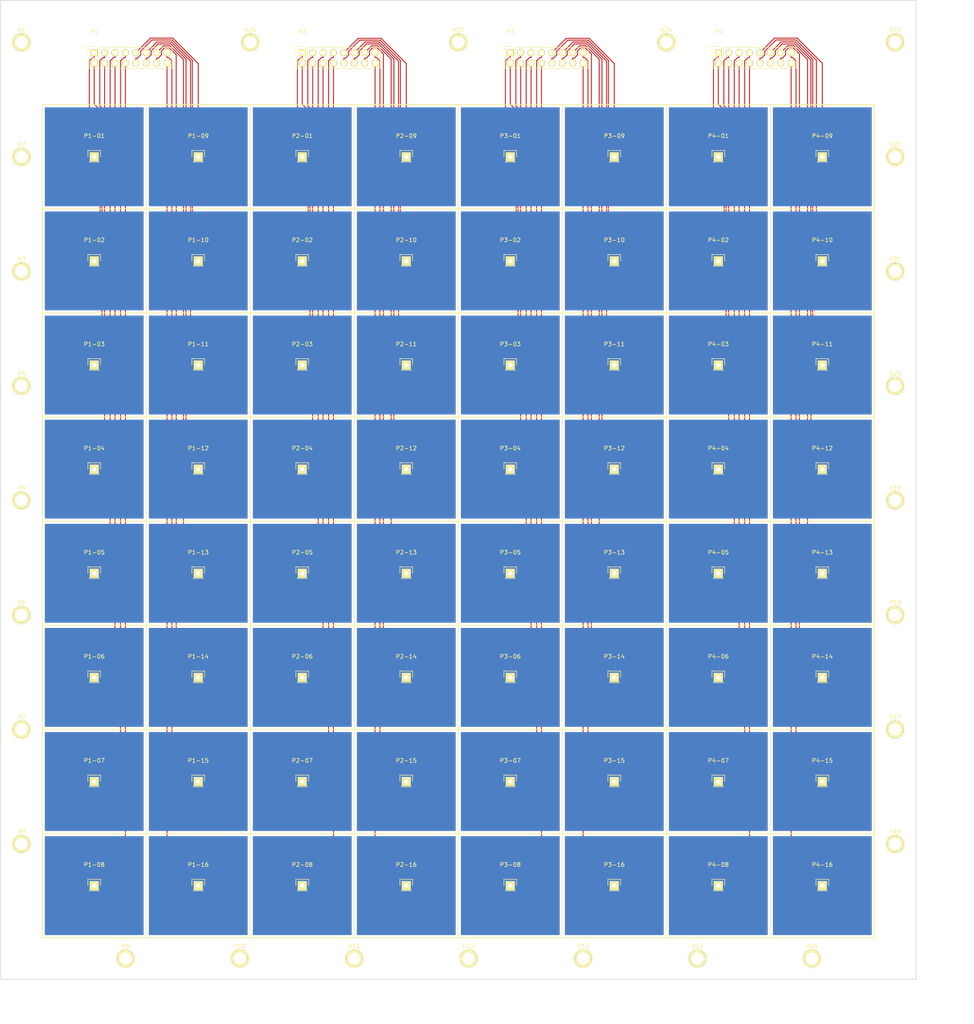
<source format=kicad_pcb>
(kicad_pcb (version 4) (host pcbnew 4.0.1-stable)
  (title_block (title "Bio Balance Detector - Proto #3") (date 2016-04-08) (rev B) (company "Andras Fuchs (andras.fuchs@gmail.com)") (comment 4 "Square Sensor Panel"))
  (layers (0 F.Cu signal) (31 B.Cu signal) (34 B.Paste user) (35 F.Paste user) (36 B.SilkS user) (37 F.SilkS user) (38 B.Mask user) (39 F.Mask user) (44 Edge.Cuts user))
  (net 0 "")
  (net 1 "Net-(P1-01-Pad1)")
  (net 2 "Net-(P1-02-Pad1)")
  (net 3 "Net-(P1-03-Pad1)")
  (net 4 "Net-(P1-04-Pad1)")
  (net 5 "Net-(P1-05-Pad1)")
  (net 6 "Net-(P1-06-Pad1)")
  (net 7 "Net-(P1-07-Pad1)")
  (net 8 "Net-(P1-08-Pad1)")
  (net 9 "Net-(P1-09-Pad1)")
  (net 10 "Net-(P1-10-Pad1)")
  (net 11 "Net-(P1-11-Pad1)")
  (net 12 "Net-(P1-12-Pad1)")
  (net 13 "Net-(P1-13-Pad1)")
  (net 14 "Net-(P1-14-Pad1)")
  (net 15 "Net-(P1-15-Pad1)")
  (net 16 "Net-(P1-16-Pad1)")
  (net 17 "Net-(P2-01-Pad1)")
  (net 18 "Net-(P2-02-Pad1)")
  (net 19 "Net-(P2-03-Pad1)")
  (net 20 "Net-(P2-04-Pad1)")
  (net 21 "Net-(P2-05-Pad1)")
  (net 22 "Net-(P2-06-Pad1)")
  (net 23 "Net-(P2-07-Pad1)")
  (net 24 "Net-(P2-08-Pad1)")
  (net 25 "Net-(P2-09-Pad1)")
  (net 26 "Net-(P2-10-Pad1)")
  (net 27 "Net-(P2-11-Pad1)")
  (net 28 "Net-(P2-12-Pad1)")
  (net 29 "Net-(P2-13-Pad1)")
  (net 30 "Net-(P2-14-Pad1)")
  (net 31 "Net-(P2-15-Pad1)")
  (net 32 "Net-(P2-16-Pad1)")
  (net 33 "Net-(P3-01-Pad1)")
  (net 34 "Net-(P3-02-Pad1)")
  (net 35 "Net-(P3-03-Pad1)")
  (net 36 "Net-(P3-04-Pad1)")
  (net 37 "Net-(P3-05-Pad1)")
  (net 38 "Net-(P3-06-Pad1)")
  (net 39 "Net-(P3-07-Pad1)")
  (net 40 "Net-(P3-08-Pad1)")
  (net 41 "Net-(P3-09-Pad1)")
  (net 42 "Net-(P3-10-Pad1)")
  (net 43 "Net-(P3-11-Pad1)")
  (net 44 "Net-(P3-12-Pad1)")
  (net 45 "Net-(P3-13-Pad1)")
  (net 46 "Net-(P3-14-Pad1)")
  (net 47 "Net-(P3-15-Pad1)")
  (net 48 "Net-(P3-16-Pad1)")
  (net 49 "Net-(P4-01-Pad1)")
  (net 50 "Net-(P4-02-Pad1)")
  (net 51 "Net-(P4-03-Pad1)")
  (net 52 "Net-(P4-04-Pad1)")
  (net 53 "Net-(P4-05-Pad1)")
  (net 54 "Net-(P4-06-Pad1)")
  (net 55 "Net-(P4-07-Pad1)")
  (net 56 "Net-(P4-08-Pad1)")
  (net 57 "Net-(P4-09-Pad1)")
  (net 58 "Net-(P4-10-Pad1)")
  (net 59 "Net-(P4-11-Pad1)")
  (net 60 "Net-(P4-12-Pad1)")
  (net 61 "Net-(P4-13-Pad1)")
  (net 62 "Net-(P4-14-Pad1)")
  (net 63 "Net-(P4-15-Pad1)")
  (net 64 "Net-(P4-16-Pad1)")
  (net 65 "Net-(H1-Pad1)")
  (net 66 "Net-(H2-Pad1)")
  (net 67 "Net-(H3-Pad1)")
  (net 68 "Net-(H4-Pad1)")
  (net 69 "Net-(H5-Pad1)")
  (net 70 "Net-(H6-Pad1)")
  (net 71 "Net-(H7-Pad1)")
  (net 72 "Net-(H8-Pad1)")
  (net 73 "Net-(H9-Pad1)")
  (net 74 "Net-(H10-Pad1)")
  (net 75 "Net-(H11-Pad1)")
  (net 76 "Net-(H12-Pad1)")
  (net 77 "Net-(H13-Pad1)")
  (net 78 "Net-(H14-Pad1)")
  (net 79 "Net-(H15-Pad1)")
  (net 80 "Net-(H16-Pad1)")
  (net 81 "Net-(H17-Pad1)")
  (net 82 "Net-(H18-Pad1)")
  (net 83 "Net-(H19-Pad1)")
  (net 84 "Net-(H20-Pad1)")
  (net 85 "Net-(H21-Pad1)")
  (net 86 "Net-(H22-Pad1)")
  (net 87 "Net-(H23-Pad1)")
  (net 88 "Net-(H24-Pad1)")
  (net 89 "Net-(H25-Pad1)")
  (net 90 "Net-(H26-Pad1)")
  (module Socket_Strips:Socket_Strip_Straight_2x08 (layer F.Cu) (at 48.26 30.48)
    (fp_text reference P1 (at 0 -5.1) (layer F.SilkS))
    (fp_text value CONN_02X08)
    (pad 1 thru_hole rect (at 0 0) (size 1.7272 1.7272) (drill 1.016) (layers *.Cu *.Mask F.SilkS) (net 1 "Net-(P1-01-Pad1)"))
    (pad 2 thru_hole oval (at 0 2.54) (size 1.7272 1.7272) (drill 1.016) (layers *.Cu *.Mask F.SilkS) (net 2 "Net-(P1-02-Pad1)"))
    (pad 3 thru_hole oval (at 2.54 0) (size 1.7272 1.7272) (drill 1.016) (layers *.Cu *.Mask F.SilkS) (net 3 "Net-(P1-03-Pad1)"))
    (pad 4 thru_hole oval (at 2.54 2.54) (size 1.7272 1.7272) (drill 1.016) (layers *.Cu *.Mask F.SilkS) (net 4 "Net-(P1-04-Pad1)"))
    (pad 5 thru_hole oval (at 5.08 0) (size 1.7272 1.7272) (drill 1.016) (layers *.Cu *.Mask F.SilkS) (net 5 "Net-(P1-05-Pad1)"))
    (pad 6 thru_hole oval (at 5.08 2.54) (size 1.7272 1.7272) (drill 1.016) (layers *.Cu *.Mask F.SilkS) (net 6 "Net-(P1-06-Pad1)"))
    (pad 7 thru_hole oval (at 7.62 0) (size 1.7272 1.7272) (drill 1.016) (layers *.Cu *.Mask F.SilkS) (net 7 "Net-(P1-07-Pad1)"))
    (pad 8 thru_hole oval (at 7.62 2.54) (size 1.7272 1.7272) (drill 1.016) (layers *.Cu *.Mask F.SilkS) (net 8 "Net-(P1-08-Pad1)"))
    (pad 9 thru_hole oval (at 10.16 0) (size 1.7272 1.7272) (drill 1.016) (layers *.Cu *.Mask F.SilkS) (net 9 "Net-(P1-09-Pad1)"))
    (pad 10 thru_hole oval (at 10.16 2.54) (size 1.7272 1.7272) (drill 1.016) (layers *.Cu *.Mask F.SilkS) (net 10 "Net-(P1-10-Pad1)"))
    (pad 11 thru_hole oval (at 12.7 0) (size 1.7272 1.7272) (drill 1.016) (layers *.Cu *.Mask F.SilkS) (net 11 "Net-(P1-11-Pad1)"))
    (pad 12 thru_hole oval (at 12.7 2.54) (size 1.7272 1.7272) (drill 1.016) (layers *.Cu *.Mask F.SilkS) (net 12 "Net-(P1-12-Pad1)"))
    (pad 13 thru_hole oval (at 15.24 0) (size 1.7272 1.7272) (drill 1.016) (layers *.Cu *.Mask F.SilkS) (net 13 "Net-(P1-13-Pad1)"))
    (pad 14 thru_hole oval (at 15.24 2.54) (size 1.7272 1.7272) (drill 1.016) (layers *.Cu *.Mask F.SilkS) (net 14 "Net-(P1-14-Pad1)"))
    (pad 15 thru_hole oval (at 17.78 0) (size 1.7272 1.7272) (drill 1.016) (layers *.Cu *.Mask F.SilkS) (net 15 "Net-(P1-15-Pad1)"))
    (pad 16 thru_hole oval (at 17.78 2.54) (size 1.7272 1.7272) (drill 1.016) (layers *.Cu *.Mask F.SilkS) (net 16 "Net-(P1-16-Pad1)"))
  )
  (module Pin_Headers:Pin_Header_Straight_1x01 (layer F.Cu) (at 48.26 55.88)
    (fp_text reference P1-01 (at 0 -5.1) (layer F.SilkS))
    (fp_text value CONN_01X01)
    (pad 1 thru_hole rect (at 0 0) (size 2.2352 2.2352) (drill 1.016) (layers *.Cu *.Mask F.SilkS) (net 1 "Net-(P1-01-Pad1)"))
  )
  (module Pin_Headers:Pin_Header_Straight_1x01 (layer F.Cu) (at 48.26 81.28)
    (fp_text reference P1-02 (at 0 -5.1) (layer F.SilkS))
    (fp_text value CONN_01X01)
    (pad 1 thru_hole rect (at 0 0) (size 2.2352 2.2352) (drill 1.016) (layers *.Cu *.Mask F.SilkS) (net 2 "Net-(P1-02-Pad1)"))
  )
  (module Pin_Headers:Pin_Header_Straight_1x01 (layer F.Cu) (at 48.26 106.68)
    (fp_text reference P1-03 (at 0 -5.1) (layer F.SilkS))
    (fp_text value CONN_01X01)
    (pad 1 thru_hole rect (at 0 0) (size 2.2352 2.2352) (drill 1.016) (layers *.Cu *.Mask F.SilkS) (net 3 "Net-(P1-03-Pad1)"))
  )
  (module Pin_Headers:Pin_Header_Straight_1x01 (layer F.Cu) (at 48.26 132.08)
    (fp_text reference P1-04 (at 0 -5.1) (layer F.SilkS))
    (fp_text value CONN_01X01)
    (pad 1 thru_hole rect (at 0 0) (size 2.2352 2.2352) (drill 1.016) (layers *.Cu *.Mask F.SilkS) (net 4 "Net-(P1-04-Pad1)"))
  )
  (module Pin_Headers:Pin_Header_Straight_1x01 (layer F.Cu) (at 48.26 157.48)
    (fp_text reference P1-05 (at 0 -5.1) (layer F.SilkS))
    (fp_text value CONN_01X01)
    (pad 1 thru_hole rect (at 0 0) (size 2.2352 2.2352) (drill 1.016) (layers *.Cu *.Mask F.SilkS) (net 5 "Net-(P1-05-Pad1)"))
  )
  (module Pin_Headers:Pin_Header_Straight_1x01 (layer F.Cu) (at 48.26 182.88)
    (fp_text reference P1-06 (at 0 -5.1) (layer F.SilkS))
    (fp_text value CONN_01X01)
    (pad 1 thru_hole rect (at 0 0) (size 2.2352 2.2352) (drill 1.016) (layers *.Cu *.Mask F.SilkS) (net 6 "Net-(P1-06-Pad1)"))
  )
  (module Pin_Headers:Pin_Header_Straight_1x01 (layer F.Cu) (at 48.26 208.28)
    (fp_text reference P1-07 (at 0 -5.1) (layer F.SilkS))
    (fp_text value CONN_01X01)
    (pad 1 thru_hole rect (at 0 0) (size 2.2352 2.2352) (drill 1.016) (layers *.Cu *.Mask F.SilkS) (net 7 "Net-(P1-07-Pad1)"))
  )
  (module Pin_Headers:Pin_Header_Straight_1x01 (layer F.Cu) (at 48.26 233.68)
    (fp_text reference P1-08 (at 0 -5.1) (layer F.SilkS))
    (fp_text value CONN_01X01)
    (pad 1 thru_hole rect (at 0 0) (size 2.2352 2.2352) (drill 1.016) (layers *.Cu *.Mask F.SilkS) (net 8 "Net-(P1-08-Pad1)"))
  )
  (module Pin_Headers:Pin_Header_Straight_1x01 (layer F.Cu) (at 73.66 55.88)
    (fp_text reference P1-09 (at 0 -5.1) (layer F.SilkS))
    (fp_text value CONN_01X01)
    (pad 1 thru_hole rect (at 0 0) (size 2.2352 2.2352) (drill 1.016) (layers *.Cu *.Mask F.SilkS) (net 9 "Net-(P1-09-Pad1)"))
  )
  (module Pin_Headers:Pin_Header_Straight_1x01 (layer F.Cu) (at 73.66 81.28)
    (fp_text reference P1-10 (at 0 -5.1) (layer F.SilkS))
    (fp_text value CONN_01X01)
    (pad 1 thru_hole rect (at 0 0) (size 2.2352 2.2352) (drill 1.016) (layers *.Cu *.Mask F.SilkS) (net 10 "Net-(P1-10-Pad1)"))
  )
  (module Pin_Headers:Pin_Header_Straight_1x01 (layer F.Cu) (at 73.66 106.68)
    (fp_text reference P1-11 (at 0 -5.1) (layer F.SilkS))
    (fp_text value CONN_01X01)
    (pad 1 thru_hole rect (at 0 0) (size 2.2352 2.2352) (drill 1.016) (layers *.Cu *.Mask F.SilkS) (net 11 "Net-(P1-11-Pad1)"))
  )
  (module Pin_Headers:Pin_Header_Straight_1x01 (layer F.Cu) (at 73.66 132.08)
    (fp_text reference P1-12 (at 0 -5.1) (layer F.SilkS))
    (fp_text value CONN_01X01)
    (pad 1 thru_hole rect (at 0 0) (size 2.2352 2.2352) (drill 1.016) (layers *.Cu *.Mask F.SilkS) (net 12 "Net-(P1-12-Pad1)"))
  )
  (module Pin_Headers:Pin_Header_Straight_1x01 (layer F.Cu) (at 73.66 157.48)
    (fp_text reference P1-13 (at 0 -5.1) (layer F.SilkS))
    (fp_text value CONN_01X01)
    (pad 1 thru_hole rect (at 0 0) (size 2.2352 2.2352) (drill 1.016) (layers *.Cu *.Mask F.SilkS) (net 13 "Net-(P1-13-Pad1)"))
  )
  (module Pin_Headers:Pin_Header_Straight_1x01 (layer F.Cu) (at 73.66 182.88)
    (fp_text reference P1-14 (at 0 -5.1) (layer F.SilkS))
    (fp_text value CONN_01X01)
    (pad 1 thru_hole rect (at 0 0) (size 2.2352 2.2352) (drill 1.016) (layers *.Cu *.Mask F.SilkS) (net 14 "Net-(P1-14-Pad1)"))
  )
  (module Pin_Headers:Pin_Header_Straight_1x01 (layer F.Cu) (at 73.66 208.28)
    (fp_text reference P1-15 (at 0 -5.1) (layer F.SilkS))
    (fp_text value CONN_01X01)
    (pad 1 thru_hole rect (at 0 0) (size 2.2352 2.2352) (drill 1.016) (layers *.Cu *.Mask F.SilkS) (net 15 "Net-(P1-15-Pad1)"))
  )
  (module Pin_Headers:Pin_Header_Straight_1x01 (layer F.Cu) (at 73.66 233.68)
    (fp_text reference P1-16 (at 0 -5.1) (layer F.SilkS))
    (fp_text value CONN_01X01)
    (pad 1 thru_hole rect (at 0 0) (size 2.2352 2.2352) (drill 1.016) (layers *.Cu *.Mask F.SilkS) (net 16 "Net-(P1-16-Pad1)"))
  )
  (module Socket_Strips:Socket_Strip_Straight_2x08 (layer F.Cu) (at 99.06 30.48)
    (fp_text reference P2 (at 0 -5.1) (layer F.SilkS))
    (fp_text value CONN_02X08)
    (pad 1 thru_hole rect (at 0 0) (size 1.7272 1.7272) (drill 1.016) (layers *.Cu *.Mask F.SilkS) (net 17 "Net-(P2-01-Pad1)"))
    (pad 2 thru_hole oval (at 0 2.54) (size 1.7272 1.7272) (drill 1.016) (layers *.Cu *.Mask F.SilkS) (net 18 "Net-(P2-02-Pad1)"))
    (pad 3 thru_hole oval (at 2.54 0) (size 1.7272 1.7272) (drill 1.016) (layers *.Cu *.Mask F.SilkS) (net 19 "Net-(P2-03-Pad1)"))
    (pad 4 thru_hole oval (at 2.54 2.54) (size 1.7272 1.7272) (drill 1.016) (layers *.Cu *.Mask F.SilkS) (net 20 "Net-(P2-04-Pad1)"))
    (pad 5 thru_hole oval (at 5.08 0) (size 1.7272 1.7272) (drill 1.016) (layers *.Cu *.Mask F.SilkS) (net 21 "Net-(P2-05-Pad1)"))
    (pad 6 thru_hole oval (at 5.08 2.54) (size 1.7272 1.7272) (drill 1.016) (layers *.Cu *.Mask F.SilkS) (net 22 "Net-(P2-06-Pad1)"))
    (pad 7 thru_hole oval (at 7.62 0) (size 1.7272 1.7272) (drill 1.016) (layers *.Cu *.Mask F.SilkS) (net 23 "Net-(P2-07-Pad1)"))
    (pad 8 thru_hole oval (at 7.62 2.54) (size 1.7272 1.7272) (drill 1.016) (layers *.Cu *.Mask F.SilkS) (net 24 "Net-(P2-08-Pad1)"))
    (pad 9 thru_hole oval (at 10.16 0) (size 1.7272 1.7272) (drill 1.016) (layers *.Cu *.Mask F.SilkS) (net 25 "Net-(P2-09-Pad1)"))
    (pad 10 thru_hole oval (at 10.16 2.54) (size 1.7272 1.7272) (drill 1.016) (layers *.Cu *.Mask F.SilkS) (net 26 "Net-(P2-10-Pad1)"))
    (pad 11 thru_hole oval (at 12.7 0) (size 1.7272 1.7272) (drill 1.016) (layers *.Cu *.Mask F.SilkS) (net 27 "Net-(P2-11-Pad1)"))
    (pad 12 thru_hole oval (at 12.7 2.54) (size 1.7272 1.7272) (drill 1.016) (layers *.Cu *.Mask F.SilkS) (net 28 "Net-(P2-12-Pad1)"))
    (pad 13 thru_hole oval (at 15.24 0) (size 1.7272 1.7272) (drill 1.016) (layers *.Cu *.Mask F.SilkS) (net 29 "Net-(P2-13-Pad1)"))
    (pad 14 thru_hole oval (at 15.24 2.54) (size 1.7272 1.7272) (drill 1.016) (layers *.Cu *.Mask F.SilkS) (net 30 "Net-(P2-14-Pad1)"))
    (pad 15 thru_hole oval (at 17.78 0) (size 1.7272 1.7272) (drill 1.016) (layers *.Cu *.Mask F.SilkS) (net 31 "Net-(P2-15-Pad1)"))
    (pad 16 thru_hole oval (at 17.78 2.54) (size 1.7272 1.7272) (drill 1.016) (layers *.Cu *.Mask F.SilkS) (net 32 "Net-(P2-16-Pad1)"))
  )
  (module Pin_Headers:Pin_Header_Straight_1x01 (layer F.Cu) (at 99.06 55.88)
    (fp_text reference P2-01 (at 0 -5.1) (layer F.SilkS))
    (fp_text value CONN_01X01)
    (pad 1 thru_hole rect (at 0 0) (size 2.2352 2.2352) (drill 1.016) (layers *.Cu *.Mask F.SilkS) (net 17 "Net-(P2-01-Pad1)"))
  )
  (module Pin_Headers:Pin_Header_Straight_1x01 (layer F.Cu) (at 99.06 81.28)
    (fp_text reference P2-02 (at 0 -5.1) (layer F.SilkS))
    (fp_text value CONN_01X01)
    (pad 1 thru_hole rect (at 0 0) (size 2.2352 2.2352) (drill 1.016) (layers *.Cu *.Mask F.SilkS) (net 18 "Net-(P2-02-Pad1)"))
  )
  (module Pin_Headers:Pin_Header_Straight_1x01 (layer F.Cu) (at 99.06 106.68)
    (fp_text reference P2-03 (at 0 -5.1) (layer F.SilkS))
    (fp_text value CONN_01X01)
    (pad 1 thru_hole rect (at 0 0) (size 2.2352 2.2352) (drill 1.016) (layers *.Cu *.Mask F.SilkS) (net 19 "Net-(P2-03-Pad1)"))
  )
  (module Pin_Headers:Pin_Header_Straight_1x01 (layer F.Cu) (at 99.06 132.08)
    (fp_text reference P2-04 (at 0 -5.1) (layer F.SilkS))
    (fp_text value CONN_01X01)
    (pad 1 thru_hole rect (at 0 0) (size 2.2352 2.2352) (drill 1.016) (layers *.Cu *.Mask F.SilkS) (net 20 "Net-(P2-04-Pad1)"))
  )
  (module Pin_Headers:Pin_Header_Straight_1x01 (layer F.Cu) (at 99.06 157.48)
    (fp_text reference P2-05 (at 0 -5.1) (layer F.SilkS))
    (fp_text value CONN_01X01)
    (pad 1 thru_hole rect (at 0 0) (size 2.2352 2.2352) (drill 1.016) (layers *.Cu *.Mask F.SilkS) (net 21 "Net-(P2-05-Pad1)"))
  )
  (module Pin_Headers:Pin_Header_Straight_1x01 (layer F.Cu) (at 99.06 182.88)
    (fp_text reference P2-06 (at 0 -5.1) (layer F.SilkS))
    (fp_text value CONN_01X01)
    (pad 1 thru_hole rect (at 0 0) (size 2.2352 2.2352) (drill 1.016) (layers *.Cu *.Mask F.SilkS) (net 22 "Net-(P2-06-Pad1)"))
  )
  (module Pin_Headers:Pin_Header_Straight_1x01 (layer F.Cu) (at 99.06 208.28)
    (fp_text reference P2-07 (at 0 -5.1) (layer F.SilkS))
    (fp_text value CONN_01X01)
    (pad 1 thru_hole rect (at 0 0) (size 2.2352 2.2352) (drill 1.016) (layers *.Cu *.Mask F.SilkS) (net 23 "Net-(P2-07-Pad1)"))
  )
  (module Pin_Headers:Pin_Header_Straight_1x01 (layer F.Cu) (at 99.06 233.68)
    (fp_text reference P2-08 (at 0 -5.1) (layer F.SilkS))
    (fp_text value CONN_01X01)
    (pad 1 thru_hole rect (at 0 0) (size 2.2352 2.2352) (drill 1.016) (layers *.Cu *.Mask F.SilkS) (net 24 "Net-(P2-08-Pad1)"))
  )
  (module Pin_Headers:Pin_Header_Straight_1x01 (layer F.Cu) (at 124.46 55.88)
    (fp_text reference P2-09 (at 0 -5.1) (layer F.SilkS))
    (fp_text value CONN_01X01)
    (pad 1 thru_hole rect (at 0 0) (size 2.2352 2.2352) (drill 1.016) (layers *.Cu *.Mask F.SilkS) (net 25 "Net-(P2-09-Pad1)"))
  )
  (module Pin_Headers:Pin_Header_Straight_1x01 (layer F.Cu) (at 124.46 81.28)
    (fp_text reference P2-10 (at 0 -5.1) (layer F.SilkS))
    (fp_text value CONN_01X01)
    (pad 1 thru_hole rect (at 0 0) (size 2.2352 2.2352) (drill 1.016) (layers *.Cu *.Mask F.SilkS) (net 26 "Net-(P2-10-Pad1)"))
  )
  (module Pin_Headers:Pin_Header_Straight_1x01 (layer F.Cu) (at 124.46 106.68)
    (fp_text reference P2-11 (at 0 -5.1) (layer F.SilkS))
    (fp_text value CONN_01X01)
    (pad 1 thru_hole rect (at 0 0) (size 2.2352 2.2352) (drill 1.016) (layers *.Cu *.Mask F.SilkS) (net 27 "Net-(P2-11-Pad1)"))
  )
  (module Pin_Headers:Pin_Header_Straight_1x01 (layer F.Cu) (at 124.46 132.08)
    (fp_text reference P2-12 (at 0 -5.1) (layer F.SilkS))
    (fp_text value CONN_01X01)
    (pad 1 thru_hole rect (at 0 0) (size 2.2352 2.2352) (drill 1.016) (layers *.Cu *.Mask F.SilkS) (net 28 "Net-(P2-12-Pad1)"))
  )
  (module Pin_Headers:Pin_Header_Straight_1x01 (layer F.Cu) (at 124.46 157.48)
    (fp_text reference P2-13 (at 0 -5.1) (layer F.SilkS))
    (fp_text value CONN_01X01)
    (pad 1 thru_hole rect (at 0 0) (size 2.2352 2.2352) (drill 1.016) (layers *.Cu *.Mask F.SilkS) (net 29 "Net-(P2-13-Pad1)"))
  )
  (module Pin_Headers:Pin_Header_Straight_1x01 (layer F.Cu) (at 124.46 182.88)
    (fp_text reference P2-14 (at 0 -5.1) (layer F.SilkS))
    (fp_text value CONN_01X01)
    (pad 1 thru_hole rect (at 0 0) (size 2.2352 2.2352) (drill 1.016) (layers *.Cu *.Mask F.SilkS) (net 30 "Net-(P2-14-Pad1)"))
  )
  (module Pin_Headers:Pin_Header_Straight_1x01 (layer F.Cu) (at 124.46 208.28)
    (fp_text reference P2-15 (at 0 -5.1) (layer F.SilkS))
    (fp_text value CONN_01X01)
    (pad 1 thru_hole rect (at 0 0) (size 2.2352 2.2352) (drill 1.016) (layers *.Cu *.Mask F.SilkS) (net 31 "Net-(P2-15-Pad1)"))
  )
  (module Pin_Headers:Pin_Header_Straight_1x01 (layer F.Cu) (at 124.46 233.68)
    (fp_text reference P2-16 (at 0 -5.1) (layer F.SilkS))
    (fp_text value CONN_01X01)
    (pad 1 thru_hole rect (at 0 0) (size 2.2352 2.2352) (drill 1.016) (layers *.Cu *.Mask F.SilkS) (net 32 "Net-(P2-16-Pad1)"))
  )
  (module Socket_Strips:Socket_Strip_Straight_2x08 (layer F.Cu) (at 149.86 30.48)
    (fp_text reference P3 (at 0 -5.1) (layer F.SilkS))
    (fp_text value CONN_02X08)
    (pad 1 thru_hole rect (at 0 0) (size 1.7272 1.7272) (drill 1.016) (layers *.Cu *.Mask F.SilkS) (net 33 "Net-(P3-01-Pad1)"))
    (pad 2 thru_hole oval (at 0 2.54) (size 1.7272 1.7272) (drill 1.016) (layers *.Cu *.Mask F.SilkS) (net 34 "Net-(P3-02-Pad1)"))
    (pad 3 thru_hole oval (at 2.54 0) (size 1.7272 1.7272) (drill 1.016) (layers *.Cu *.Mask F.SilkS) (net 35 "Net-(P3-03-Pad1)"))
    (pad 4 thru_hole oval (at 2.54 2.54) (size 1.7272 1.7272) (drill 1.016) (layers *.Cu *.Mask F.SilkS) (net 36 "Net-(P3-04-Pad1)"))
    (pad 5 thru_hole oval (at 5.08 0) (size 1.7272 1.7272) (drill 1.016) (layers *.Cu *.Mask F.SilkS) (net 37 "Net-(P3-05-Pad1)"))
    (pad 6 thru_hole oval (at 5.08 2.54) (size 1.7272 1.7272) (drill 1.016) (layers *.Cu *.Mask F.SilkS) (net 38 "Net-(P3-06-Pad1)"))
    (pad 7 thru_hole oval (at 7.62 0) (size 1.7272 1.7272) (drill 1.016) (layers *.Cu *.Mask F.SilkS) (net 39 "Net-(P3-07-Pad1)"))
    (pad 8 thru_hole oval (at 7.62 2.54) (size 1.7272 1.7272) (drill 1.016) (layers *.Cu *.Mask F.SilkS) (net 40 "Net-(P3-08-Pad1)"))
    (pad 9 thru_hole oval (at 10.16 0) (size 1.7272 1.7272) (drill 1.016) (layers *.Cu *.Mask F.SilkS) (net 41 "Net-(P3-09-Pad1)"))
    (pad 10 thru_hole oval (at 10.16 2.54) (size 1.7272 1.7272) (drill 1.016) (layers *.Cu *.Mask F.SilkS) (net 42 "Net-(P3-10-Pad1)"))
    (pad 11 thru_hole oval (at 12.7 0) (size 1.7272 1.7272) (drill 1.016) (layers *.Cu *.Mask F.SilkS) (net 43 "Net-(P3-11-Pad1)"))
    (pad 12 thru_hole oval (at 12.7 2.54) (size 1.7272 1.7272) (drill 1.016) (layers *.Cu *.Mask F.SilkS) (net 44 "Net-(P3-12-Pad1)"))
    (pad 13 thru_hole oval (at 15.24 0) (size 1.7272 1.7272) (drill 1.016) (layers *.Cu *.Mask F.SilkS) (net 45 "Net-(P3-13-Pad1)"))
    (pad 14 thru_hole oval (at 15.24 2.54) (size 1.7272 1.7272) (drill 1.016) (layers *.Cu *.Mask F.SilkS) (net 46 "Net-(P3-14-Pad1)"))
    (pad 15 thru_hole oval (at 17.78 0) (size 1.7272 1.7272) (drill 1.016) (layers *.Cu *.Mask F.SilkS) (net 47 "Net-(P3-15-Pad1)"))
    (pad 16 thru_hole oval (at 17.78 2.54) (size 1.7272 1.7272) (drill 1.016) (layers *.Cu *.Mask F.SilkS) (net 48 "Net-(P3-16-Pad1)"))
  )
  (module Pin_Headers:Pin_Header_Straight_1x01 (layer F.Cu) (at 149.86 55.88)
    (fp_text reference P3-01 (at 0 -5.1) (layer F.SilkS))
    (fp_text value CONN_01X01)
    (pad 1 thru_hole rect (at 0 0) (size 2.2352 2.2352) (drill 1.016) (layers *.Cu *.Mask F.SilkS) (net 33 "Net-(P3-01-Pad1)"))
  )
  (module Pin_Headers:Pin_Header_Straight_1x01 (layer F.Cu) (at 149.86 81.28)
    (fp_text reference P3-02 (at 0 -5.1) (layer F.SilkS))
    (fp_text value CONN_01X01)
    (pad 1 thru_hole rect (at 0 0) (size 2.2352 2.2352) (drill 1.016) (layers *.Cu *.Mask F.SilkS) (net 34 "Net-(P3-02-Pad1)"))
  )
  (module Pin_Headers:Pin_Header_Straight_1x01 (layer F.Cu) (at 149.86 106.68)
    (fp_text reference P3-03 (at 0 -5.1) (layer F.SilkS))
    (fp_text value CONN_01X01)
    (pad 1 thru_hole rect (at 0 0) (size 2.2352 2.2352) (drill 1.016) (layers *.Cu *.Mask F.SilkS) (net 35 "Net-(P3-03-Pad1)"))
  )
  (module Pin_Headers:Pin_Header_Straight_1x01 (layer F.Cu) (at 149.86 132.08)
    (fp_text reference P3-04 (at 0 -5.1) (layer F.SilkS))
    (fp_text value CONN_01X01)
    (pad 1 thru_hole rect (at 0 0) (size 2.2352 2.2352) (drill 1.016) (layers *.Cu *.Mask F.SilkS) (net 36 "Net-(P3-04-Pad1)"))
  )
  (module Pin_Headers:Pin_Header_Straight_1x01 (layer F.Cu) (at 149.86 157.48)
    (fp_text reference P3-05 (at 0 -5.1) (layer F.SilkS))
    (fp_text value CONN_01X01)
    (pad 1 thru_hole rect (at 0 0) (size 2.2352 2.2352) (drill 1.016) (layers *.Cu *.Mask F.SilkS) (net 37 "Net-(P3-05-Pad1)"))
  )
  (module Pin_Headers:Pin_Header_Straight_1x01 (layer F.Cu) (at 149.86 182.88)
    (fp_text reference P3-06 (at 0 -5.1) (layer F.SilkS))
    (fp_text value CONN_01X01)
    (pad 1 thru_hole rect (at 0 0) (size 2.2352 2.2352) (drill 1.016) (layers *.Cu *.Mask F.SilkS) (net 38 "Net-(P3-06-Pad1)"))
  )
  (module Pin_Headers:Pin_Header_Straight_1x01 (layer F.Cu) (at 149.86 208.28)
    (fp_text reference P3-07 (at 0 -5.1) (layer F.SilkS))
    (fp_text value CONN_01X01)
    (pad 1 thru_hole rect (at 0 0) (size 2.2352 2.2352) (drill 1.016) (layers *.Cu *.Mask F.SilkS) (net 39 "Net-(P3-07-Pad1)"))
  )
  (module Pin_Headers:Pin_Header_Straight_1x01 (layer F.Cu) (at 149.86 233.68)
    (fp_text reference P3-08 (at 0 -5.1) (layer F.SilkS))
    (fp_text value CONN_01X01)
    (pad 1 thru_hole rect (at 0 0) (size 2.2352 2.2352) (drill 1.016) (layers *.Cu *.Mask F.SilkS) (net 40 "Net-(P3-08-Pad1)"))
  )
  (module Pin_Headers:Pin_Header_Straight_1x01 (layer F.Cu) (at 175.26 55.88)
    (fp_text reference P3-09 (at 0 -5.1) (layer F.SilkS))
    (fp_text value CONN_01X01)
    (pad 1 thru_hole rect (at 0 0) (size 2.2352 2.2352) (drill 1.016) (layers *.Cu *.Mask F.SilkS) (net 41 "Net-(P3-09-Pad1)"))
  )
  (module Pin_Headers:Pin_Header_Straight_1x01 (layer F.Cu) (at 175.26 81.28)
    (fp_text reference P3-10 (at 0 -5.1) (layer F.SilkS))
    (fp_text value CONN_01X01)
    (pad 1 thru_hole rect (at 0 0) (size 2.2352 2.2352) (drill 1.016) (layers *.Cu *.Mask F.SilkS) (net 42 "Net-(P3-10-Pad1)"))
  )
  (module Pin_Headers:Pin_Header_Straight_1x01 (layer F.Cu) (at 175.26 106.68)
    (fp_text reference P3-11 (at 0 -5.1) (layer F.SilkS))
    (fp_text value CONN_01X01)
    (pad 1 thru_hole rect (at 0 0) (size 2.2352 2.2352) (drill 1.016) (layers *.Cu *.Mask F.SilkS) (net 43 "Net-(P3-11-Pad1)"))
  )
  (module Pin_Headers:Pin_Header_Straight_1x01 (layer F.Cu) (at 175.26 132.08)
    (fp_text reference P3-12 (at 0 -5.1) (layer F.SilkS))
    (fp_text value CONN_01X01)
    (pad 1 thru_hole rect (at 0 0) (size 2.2352 2.2352) (drill 1.016) (layers *.Cu *.Mask F.SilkS) (net 44 "Net-(P3-12-Pad1)"))
  )
  (module Pin_Headers:Pin_Header_Straight_1x01 (layer F.Cu) (at 175.26 157.48)
    (fp_text reference P3-13 (at 0 -5.1) (layer F.SilkS))
    (fp_text value CONN_01X01)
    (pad 1 thru_hole rect (at 0 0) (size 2.2352 2.2352) (drill 1.016) (layers *.Cu *.Mask F.SilkS) (net 45 "Net-(P3-13-Pad1)"))
  )
  (module Pin_Headers:Pin_Header_Straight_1x01 (layer F.Cu) (at 175.26 182.88)
    (fp_text reference P3-14 (at 0 -5.1) (layer F.SilkS))
    (fp_text value CONN_01X01)
    (pad 1 thru_hole rect (at 0 0) (size 2.2352 2.2352) (drill 1.016) (layers *.Cu *.Mask F.SilkS) (net 46 "Net-(P3-14-Pad1)"))
  )
  (module Pin_Headers:Pin_Header_Straight_1x01 (layer F.Cu) (at 175.26 208.28)
    (fp_text reference P3-15 (at 0 -5.1) (layer F.SilkS))
    (fp_text value CONN_01X01)
    (pad 1 thru_hole rect (at 0 0) (size 2.2352 2.2352) (drill 1.016) (layers *.Cu *.Mask F.SilkS) (net 47 "Net-(P3-15-Pad1)"))
  )
  (module Pin_Headers:Pin_Header_Straight_1x01 (layer F.Cu) (at 175.26 233.68)
    (fp_text reference P3-16 (at 0 -5.1) (layer F.SilkS))
    (fp_text value CONN_01X01)
    (pad 1 thru_hole rect (at 0 0) (size 2.2352 2.2352) (drill 1.016) (layers *.Cu *.Mask F.SilkS) (net 48 "Net-(P3-16-Pad1)"))
  )
  (module Socket_Strips:Socket_Strip_Straight_2x08 (layer F.Cu) (at 200.66 30.48)
    (fp_text reference P4 (at 0 -5.1) (layer F.SilkS))
    (fp_text value CONN_02X08)
    (pad 1 thru_hole rect (at 0 0) (size 1.7272 1.7272) (drill 1.016) (layers *.Cu *.Mask F.SilkS) (net 49 "Net-(P4-01-Pad1)"))
    (pad 2 thru_hole oval (at 0 2.54) (size 1.7272 1.7272) (drill 1.016) (layers *.Cu *.Mask F.SilkS) (net 50 "Net-(P4-02-Pad1)"))
    (pad 3 thru_hole oval (at 2.54 0) (size 1.7272 1.7272) (drill 1.016) (layers *.Cu *.Mask F.SilkS) (net 51 "Net-(P4-03-Pad1)"))
    (pad 4 thru_hole oval (at 2.54 2.54) (size 1.7272 1.7272) (drill 1.016) (layers *.Cu *.Mask F.SilkS) (net 52 "Net-(P4-04-Pad1)"))
    (pad 5 thru_hole oval (at 5.08 0) (size 1.7272 1.7272) (drill 1.016) (layers *.Cu *.Mask F.SilkS) (net 53 "Net-(P4-05-Pad1)"))
    (pad 6 thru_hole oval (at 5.08 2.54) (size 1.7272 1.7272) (drill 1.016) (layers *.Cu *.Mask F.SilkS) (net 54 "Net-(P4-06-Pad1)"))
    (pad 7 thru_hole oval (at 7.62 0) (size 1.7272 1.7272) (drill 1.016) (layers *.Cu *.Mask F.SilkS) (net 55 "Net-(P4-07-Pad1)"))
    (pad 8 thru_hole oval (at 7.62 2.54) (size 1.7272 1.7272) (drill 1.016) (layers *.Cu *.Mask F.SilkS) (net 56 "Net-(P4-08-Pad1)"))
    (pad 9 thru_hole oval (at 10.16 0) (size 1.7272 1.7272) (drill 1.016) (layers *.Cu *.Mask F.SilkS) (net 57 "Net-(P4-09-Pad1)"))
    (pad 10 thru_hole oval (at 10.16 2.54) (size 1.7272 1.7272) (drill 1.016) (layers *.Cu *.Mask F.SilkS) (net 58 "Net-(P4-10-Pad1)"))
    (pad 11 thru_hole oval (at 12.7 0) (size 1.7272 1.7272) (drill 1.016) (layers *.Cu *.Mask F.SilkS) (net 59 "Net-(P4-11-Pad1)"))
    (pad 12 thru_hole oval (at 12.7 2.54) (size 1.7272 1.7272) (drill 1.016) (layers *.Cu *.Mask F.SilkS) (net 60 "Net-(P4-12-Pad1)"))
    (pad 13 thru_hole oval (at 15.24 0) (size 1.7272 1.7272) (drill 1.016) (layers *.Cu *.Mask F.SilkS) (net 61 "Net-(P4-13-Pad1)"))
    (pad 14 thru_hole oval (at 15.24 2.54) (size 1.7272 1.7272) (drill 1.016) (layers *.Cu *.Mask F.SilkS) (net 62 "Net-(P4-14-Pad1)"))
    (pad 15 thru_hole oval (at 17.78 0) (size 1.7272 1.7272) (drill 1.016) (layers *.Cu *.Mask F.SilkS) (net 63 "Net-(P4-15-Pad1)"))
    (pad 16 thru_hole oval (at 17.78 2.54) (size 1.7272 1.7272) (drill 1.016) (layers *.Cu *.Mask F.SilkS) (net 64 "Net-(P4-16-Pad1)"))
  )
  (module Pin_Headers:Pin_Header_Straight_1x01 (layer F.Cu) (at 200.66 55.88)
    (fp_text reference P4-01 (at 0 -5.1) (layer F.SilkS))
    (fp_text value CONN_01X01)
    (pad 1 thru_hole rect (at 0 0) (size 2.2352 2.2352) (drill 1.016) (layers *.Cu *.Mask F.SilkS) (net 49 "Net-(P4-01-Pad1)"))
  )
  (module Pin_Headers:Pin_Header_Straight_1x01 (layer F.Cu) (at 200.66 81.28)
    (fp_text reference P4-02 (at 0 -5.1) (layer F.SilkS))
    (fp_text value CONN_01X01)
    (pad 1 thru_hole rect (at 0 0) (size 2.2352 2.2352) (drill 1.016) (layers *.Cu *.Mask F.SilkS) (net 50 "Net-(P4-02-Pad1)"))
  )
  (module Pin_Headers:Pin_Header_Straight_1x01 (layer F.Cu) (at 200.66 106.68)
    (fp_text reference P4-03 (at 0 -5.1) (layer F.SilkS))
    (fp_text value CONN_01X01)
    (pad 1 thru_hole rect (at 0 0) (size 2.2352 2.2352) (drill 1.016) (layers *.Cu *.Mask F.SilkS) (net 51 "Net-(P4-03-Pad1)"))
  )
  (module Pin_Headers:Pin_Header_Straight_1x01 (layer F.Cu) (at 200.66 132.08)
    (fp_text reference P4-04 (at 0 -5.1) (layer F.SilkS))
    (fp_text value CONN_01X01)
    (pad 1 thru_hole rect (at 0 0) (size 2.2352 2.2352) (drill 1.016) (layers *.Cu *.Mask F.SilkS) (net 52 "Net-(P4-04-Pad1)"))
  )
  (module Pin_Headers:Pin_Header_Straight_1x01 (layer F.Cu) (at 200.66 157.48)
    (fp_text reference P4-05 (at 0 -5.1) (layer F.SilkS))
    (fp_text value CONN_01X01)
    (pad 1 thru_hole rect (at 0 0) (size 2.2352 2.2352) (drill 1.016) (layers *.Cu *.Mask F.SilkS) (net 53 "Net-(P4-05-Pad1)"))
  )
  (module Pin_Headers:Pin_Header_Straight_1x01 (layer F.Cu) (at 200.66 182.88)
    (fp_text reference P4-06 (at 0 -5.1) (layer F.SilkS))
    (fp_text value CONN_01X01)
    (pad 1 thru_hole rect (at 0 0) (size 2.2352 2.2352) (drill 1.016) (layers *.Cu *.Mask F.SilkS) (net 54 "Net-(P4-06-Pad1)"))
  )
  (module Pin_Headers:Pin_Header_Straight_1x01 (layer F.Cu) (at 200.66 208.28)
    (fp_text reference P4-07 (at 0 -5.1) (layer F.SilkS))
    (fp_text value CONN_01X01)
    (pad 1 thru_hole rect (at 0 0) (size 2.2352 2.2352) (drill 1.016) (layers *.Cu *.Mask F.SilkS) (net 55 "Net-(P4-07-Pad1)"))
  )
  (module Pin_Headers:Pin_Header_Straight_1x01 (layer F.Cu) (at 200.66 233.68)
    (fp_text reference P4-08 (at 0 -5.1) (layer F.SilkS))
    (fp_text value CONN_01X01)
    (pad 1 thru_hole rect (at 0 0) (size 2.2352 2.2352) (drill 1.016) (layers *.Cu *.Mask F.SilkS) (net 56 "Net-(P4-08-Pad1)"))
  )
  (module Pin_Headers:Pin_Header_Straight_1x01 (layer F.Cu) (at 226.06 55.88)
    (fp_text reference P4-09 (at 0 -5.1) (layer F.SilkS))
    (fp_text value CONN_01X01)
    (pad 1 thru_hole rect (at 0 0) (size 2.2352 2.2352) (drill 1.016) (layers *.Cu *.Mask F.SilkS) (net 57 "Net-(P4-09-Pad1)"))
  )
  (module Pin_Headers:Pin_Header_Straight_1x01 (layer F.Cu) (at 226.06 81.28)
    (fp_text reference P4-10 (at 0 -5.1) (layer F.SilkS))
    (fp_text value CONN_01X01)
    (pad 1 thru_hole rect (at 0 0) (size 2.2352 2.2352) (drill 1.016) (layers *.Cu *.Mask F.SilkS) (net 58 "Net-(P4-10-Pad1)"))
  )
  (module Pin_Headers:Pin_Header_Straight_1x01 (layer F.Cu) (at 226.06 106.68)
    (fp_text reference P4-11 (at 0 -5.1) (layer F.SilkS))
    (fp_text value CONN_01X01)
    (pad 1 thru_hole rect (at 0 0) (size 2.2352 2.2352) (drill 1.016) (layers *.Cu *.Mask F.SilkS) (net 59 "Net-(P4-11-Pad1)"))
  )
  (module Pin_Headers:Pin_Header_Straight_1x01 (layer F.Cu) (at 226.06 132.08)
    (fp_text reference P4-12 (at 0 -5.1) (layer F.SilkS))
    (fp_text value CONN_01X01)
    (pad 1 thru_hole rect (at 0 0) (size 2.2352 2.2352) (drill 1.016) (layers *.Cu *.Mask F.SilkS) (net 60 "Net-(P4-12-Pad1)"))
  )
  (module Pin_Headers:Pin_Header_Straight_1x01 (layer F.Cu) (at 226.06 157.48)
    (fp_text reference P4-13 (at 0 -5.1) (layer F.SilkS))
    (fp_text value CONN_01X01)
    (pad 1 thru_hole rect (at 0 0) (size 2.2352 2.2352) (drill 1.016) (layers *.Cu *.Mask F.SilkS) (net 61 "Net-(P4-13-Pad1)"))
  )
  (module Pin_Headers:Pin_Header_Straight_1x01 (layer F.Cu) (at 226.06 182.88)
    (fp_text reference P4-14 (at 0 -5.1) (layer F.SilkS))
    (fp_text value CONN_01X01)
    (pad 1 thru_hole rect (at 0 0) (size 2.2352 2.2352) (drill 1.016) (layers *.Cu *.Mask F.SilkS) (net 62 "Net-(P4-14-Pad1)"))
  )
  (module Pin_Headers:Pin_Header_Straight_1x01 (layer F.Cu) (at 226.06 208.28)
    (fp_text reference P4-15 (at 0 -5.1) (layer F.SilkS))
    (fp_text value CONN_01X01)
    (pad 1 thru_hole rect (at 0 0) (size 2.2352 2.2352) (drill 1.016) (layers *.Cu *.Mask F.SilkS) (net 63 "Net-(P4-15-Pad1)"))
  )
  (module Pin_Headers:Pin_Header_Straight_1x01 (layer F.Cu) (at 226.06 233.68)
    (fp_text reference P4-16 (at 0 -5.1) (layer F.SilkS))
    (fp_text value CONN_01X01)
    (pad 1 thru_hole rect (at 0 0) (size 2.2352 2.2352) (drill 1.016) (layers *.Cu *.Mask F.SilkS) (net 64 "Net-(P4-16-Pad1)"))
  )
  (module Arduino_Uno:Arduino_1pin (layer F.Cu) (at 30.48 27.94)
    (fp_text reference H1 (at 0 -3.048) (layer F.SilkS))
    (fp_text value CONN_01X01)
    (pad 1 thru_hole circle (at 0 0) (size 4.064 4.064) (drill 3.048) (layers *.Cu *.Mask F.SilkS) (net 65 "Net-(H1-Pad1)"))
  )
  (module Arduino_Uno:Arduino_1pin (layer F.Cu) (at 30.48 55.88)
    (fp_text reference H2 (at 0 -3.048) (layer F.SilkS))
    (fp_text value CONN_01X01)
    (pad 1 thru_hole circle (at 0 0) (size 4.064 4.064) (drill 3.048) (layers *.Cu *.Mask F.SilkS) (net 66 "Net-(H2-Pad1)"))
  )
  (module Arduino_Uno:Arduino_1pin (layer F.Cu) (at 30.48 83.82)
    (fp_text reference H3 (at 0 -3.048) (layer F.SilkS))
    (fp_text value CONN_01X01)
    (pad 1 thru_hole circle (at 0 0) (size 4.064 4.064) (drill 3.048) (layers *.Cu *.Mask F.SilkS) (net 67 "Net-(H3-Pad1)"))
  )
  (module Arduino_Uno:Arduino_1pin (layer F.Cu) (at 30.48 111.76)
    (fp_text reference H4 (at 0 -3.048) (layer F.SilkS))
    (fp_text value CONN_01X01)
    (pad 1 thru_hole circle (at 0 0) (size 4.064 4.064) (drill 3.048) (layers *.Cu *.Mask F.SilkS) (net 68 "Net-(H4-Pad1)"))
  )
  (module Arduino_Uno:Arduino_1pin (layer F.Cu) (at 30.48 139.7)
    (fp_text reference H5 (at 0 -3.048) (layer F.SilkS))
    (fp_text value CONN_01X01)
    (pad 1 thru_hole circle (at 0 0) (size 4.064 4.064) (drill 3.048) (layers *.Cu *.Mask F.SilkS) (net 69 "Net-(H5-Pad1)"))
  )
  (module Arduino_Uno:Arduino_1pin (layer F.Cu) (at 30.48 167.64)
    (fp_text reference H6 (at 0 -3.048) (layer F.SilkS))
    (fp_text value CONN_01X01)
    (pad 1 thru_hole circle (at 0 0) (size 4.064 4.064) (drill 3.048) (layers *.Cu *.Mask F.SilkS) (net 70 "Net-(H6-Pad1)"))
  )
  (module Arduino_Uno:Arduino_1pin (layer F.Cu) (at 30.48 195.58)
    (fp_text reference H7 (at 0 -3.048) (layer F.SilkS))
    (fp_text value CONN_01X01)
    (pad 1 thru_hole circle (at 0 0) (size 4.064 4.064) (drill 3.048) (layers *.Cu *.Mask F.SilkS) (net 71 "Net-(H7-Pad1)"))
  )
  (module Arduino_Uno:Arduino_1pin (layer F.Cu) (at 30.48 223.52)
    (fp_text reference H8 (at 0 -3.048) (layer F.SilkS))
    (fp_text value CONN_01X01)
    (pad 1 thru_hole circle (at 0 0) (size 4.064 4.064) (drill 3.048) (layers *.Cu *.Mask F.SilkS) (net 72 "Net-(H8-Pad1)"))
  )
  (module Arduino_Uno:Arduino_1pin (layer F.Cu) (at 55.88 251.46)
    (fp_text reference H9 (at 0 -3.048) (layer F.SilkS))
    (fp_text value CONN_01X01)
    (pad 1 thru_hole circle (at 0 0) (size 4.064 4.064) (drill 3.048) (layers *.Cu *.Mask F.SilkS) (net 73 "Net-(H9-Pad1)"))
  )
  (module Arduino_Uno:Arduino_1pin (layer F.Cu) (at 83.82 251.46)
    (fp_text reference H10 (at 0 -3.048) (layer F.SilkS))
    (fp_text value CONN_01X01)
    (pad 1 thru_hole circle (at 0 0) (size 4.064 4.064) (drill 3.048) (layers *.Cu *.Mask F.SilkS) (net 74 "Net-(H10-Pad1)"))
  )
  (module Arduino_Uno:Arduino_1pin (layer F.Cu) (at 111.76 251.46)
    (fp_text reference H11 (at 0 -3.048) (layer F.SilkS))
    (fp_text value CONN_01X01)
    (pad 1 thru_hole circle (at 0 0) (size 4.064 4.064) (drill 3.048) (layers *.Cu *.Mask F.SilkS) (net 75 "Net-(H11-Pad1)"))
  )
  (module Arduino_Uno:Arduino_1pin (layer F.Cu) (at 139.7 251.46)
    (fp_text reference H12 (at 0 -3.048) (layer F.SilkS))
    (fp_text value CONN_01X01)
    (pad 1 thru_hole circle (at 0 0) (size 4.064 4.064) (drill 3.048) (layers *.Cu *.Mask F.SilkS) (net 76 "Net-(H12-Pad1)"))
  )
  (module Arduino_Uno:Arduino_1pin (layer F.Cu) (at 167.64 251.46)
    (fp_text reference H13 (at 0 -3.048) (layer F.SilkS))
    (fp_text value CONN_01X01)
    (pad 1 thru_hole circle (at 0 0) (size 4.064 4.064) (drill 3.048) (layers *.Cu *.Mask F.SilkS) (net 77 "Net-(H13-Pad1)"))
  )
  (module Arduino_Uno:Arduino_1pin (layer F.Cu) (at 195.58 251.46)
    (fp_text reference H14 (at 0 -3.048) (layer F.SilkS))
    (fp_text value CONN_01X01)
    (pad 1 thru_hole circle (at 0 0) (size 4.064 4.064) (drill 3.048) (layers *.Cu *.Mask F.SilkS) (net 78 "Net-(H14-Pad1)"))
  )
  (module Arduino_Uno:Arduino_1pin (layer F.Cu) (at 223.52 251.46)
    (fp_text reference H15 (at 0 -3.048) (layer F.SilkS))
    (fp_text value CONN_01X01)
    (pad 1 thru_hole circle (at 0 0) (size 4.064 4.064) (drill 3.048) (layers *.Cu *.Mask F.SilkS) (net 79 "Net-(H15-Pad1)"))
  )
  (module Arduino_Uno:Arduino_1pin (layer F.Cu) (at 243.84 223.52)
    (fp_text reference H16 (at 0 -3.048) (layer F.SilkS))
    (fp_text value CONN_01X01)
    (pad 1 thru_hole circle (at 0 0) (size 4.064 4.064) (drill 3.048) (layers *.Cu *.Mask F.SilkS) (net 80 "Net-(H16-Pad1)"))
  )
  (module Arduino_Uno:Arduino_1pin (layer F.Cu) (at 243.84 195.58)
    (fp_text reference H17 (at 0 -3.048) (layer F.SilkS))
    (fp_text value CONN_01X01)
    (pad 1 thru_hole circle (at 0 0) (size 4.064 4.064) (drill 3.048) (layers *.Cu *.Mask F.SilkS) (net 81 "Net-(H17-Pad1)"))
  )
  (module Arduino_Uno:Arduino_1pin (layer F.Cu) (at 243.84 167.64)
    (fp_text reference H18 (at 0 -3.048) (layer F.SilkS))
    (fp_text value CONN_01X01)
    (pad 1 thru_hole circle (at 0 0) (size 4.064 4.064) (drill 3.048) (layers *.Cu *.Mask F.SilkS) (net 82 "Net-(H18-Pad1)"))
  )
  (module Arduino_Uno:Arduino_1pin (layer F.Cu) (at 243.84 139.7)
    (fp_text reference H19 (at 0 -3.048) (layer F.SilkS))
    (fp_text value CONN_01X01)
    (pad 1 thru_hole circle (at 0 0) (size 4.064 4.064) (drill 3.048) (layers *.Cu *.Mask F.SilkS) (net 83 "Net-(H19-Pad1)"))
  )
  (module Arduino_Uno:Arduino_1pin (layer F.Cu) (at 243.84 111.76)
    (fp_text reference H20 (at 0 -3.048) (layer F.SilkS))
    (fp_text value CONN_01X01)
    (pad 1 thru_hole circle (at 0 0) (size 4.064 4.064) (drill 3.048) (layers *.Cu *.Mask F.SilkS) (net 84 "Net-(H20-Pad1)"))
  )
  (module Arduino_Uno:Arduino_1pin (layer F.Cu) (at 243.84 83.82)
    (fp_text reference H21 (at 0 -3.048) (layer F.SilkS))
    (fp_text value CONN_01X01)
    (pad 1 thru_hole circle (at 0 0) (size 4.064 4.064) (drill 3.048) (layers *.Cu *.Mask F.SilkS) (net 85 "Net-(H21-Pad1)"))
  )
  (module Arduino_Uno:Arduino_1pin (layer F.Cu) (at 243.84 55.88)
    (fp_text reference H22 (at 0 -3.048) (layer F.SilkS))
    (fp_text value CONN_01X01)
    (pad 1 thru_hole circle (at 0 0) (size 4.064 4.064) (drill 3.048) (layers *.Cu *.Mask F.SilkS) (net 86 "Net-(H22-Pad1)"))
  )
  (module Arduino_Uno:Arduino_1pin (layer F.Cu) (at 243.84 27.94)
    (fp_text reference H23 (at 0 -3.048) (layer F.SilkS))
    (fp_text value CONN_01X01)
    (pad 1 thru_hole circle (at 0 0) (size 4.064 4.064) (drill 3.048) (layers *.Cu *.Mask F.SilkS) (net 87 "Net-(H23-Pad1)"))
  )
  (module Arduino_Uno:Arduino_1pin (layer F.Cu) (at 187.96 27.94)
    (fp_text reference H24 (at 0 -3.048) (layer F.SilkS))
    (fp_text value CONN_01X01)
    (pad 1 thru_hole circle (at 0 0) (size 4.064 4.064) (drill 3.048) (layers *.Cu *.Mask F.SilkS) (net 88 "Net-(H24-Pad1)"))
  )
  (module Arduino_Uno:Arduino_1pin (layer F.Cu) (at 137.16 27.94)
    (fp_text reference H25 (at 0 -3.048) (layer F.SilkS))
    (fp_text value CONN_01X01)
    (pad 1 thru_hole circle (at 0 0) (size 4.064 4.064) (drill 3.048) (layers *.Cu *.Mask F.SilkS) (net 89 "Net-(H25-Pad1)"))
  )
  (module Arduino_Uno:Arduino_1pin (layer F.Cu) (at 86.36 27.94)
    (fp_text reference H26 (at 0 -3.048) (layer F.SilkS))
    (fp_text value CONN_01X01)
    (pad 1 thru_hole circle (at 0 0) (size 4.064 4.064) (drill 3.048) (layers *.Cu *.Mask F.SilkS) (net 90 "Net-(H26-Pad1)"))
  )
  (gr_line (start 248.92 256.54) (end 248.92 246.38) (angle 90) (layer Edge.Cuts) (width 0.15))
  (gr_line (start 238.76 256.54) (end 248.92 256.54) (angle 90) (layer Edge.Cuts) (width 0.15))
  (gr_line (start 25.4 256.54) (end 35.56 256.54) (angle 90) (layer Edge.Cuts) (width 0.15))
  (gr_line (start 25.4 246.38) (end 25.4 256.54) (angle 90) (layer Edge.Cuts) (width 0.15))
  (gr_line (start 25.4 17.78) (end 35.56 17.78) (angle 90) (layer Edge.Cuts) (width 0.15))
  (gr_line (start 238.76 17.78) (end 248.92 17.78) (angle 90) (layer Edge.Cuts) (width 0.15))
  (gr_line (start 35.56 246.38) (end 35.56 43.18) (angle 90) (layer F.SilkS) (width 0.2))
  (gr_line (start 238.76 246.38) (end 35.56 246.38) (angle 90) (layer F.SilkS) (width 0.2))
  (gr_line (start 238.76 43.18) (end 238.76 246.38) (angle 90) (layer F.SilkS) (width 0.2))
  (gr_line (start 213.36 43.18) (end 238.76 43.18) (angle 90) (layer F.SilkS) (width 0.2))
  (gr_line (start 213.36 246.38) (end 213.36 43.18) (angle 90) (layer F.SilkS) (width 0.2))
  (gr_line (start 187.96 246.38) (end 213.36 246.38) (angle 90) (layer F.SilkS) (width 0.2))
  (gr_line (start 187.96 43.18) (end 187.96 246.38) (angle 90) (layer F.SilkS) (width 0.2))
  (gr_line (start 162.56 43.18) (end 187.96 43.18) (angle 90) (layer F.SilkS) (width 0.2))
  (gr_line (start 162.56 246.38) (end 162.56 43.18) (angle 90) (layer F.SilkS) (width 0.2))
  (gr_line (start 137.16 246.38) (end 162.56 246.38) (angle 90) (layer F.SilkS) (width 0.2))
  (gr_line (start 137.16 43.18) (end 137.16 246.38) (angle 90) (layer F.SilkS) (width 0.2))
  (gr_line (start 111.76 43.18) (end 137.16 43.18) (angle 90) (layer F.SilkS) (width 0.2))
  (gr_line (start 111.76 246.38) (end 111.76 43.18) (angle 90) (layer F.SilkS) (width 0.2))
  (gr_line (start 86.36 246.38) (end 111.76 246.38) (angle 90) (layer F.SilkS) (width 0.2))
  (gr_line (start 86.36 43.18) (end 86.36 246.38) (angle 90) (layer F.SilkS) (width 0.2))
  (gr_line (start 60.96 43.18) (end 86.36 43.18) (angle 90) (layer F.SilkS) (width 0.2))
  (gr_line (start 60.96 246.38) (end 60.96 43.18) (angle 90) (layer F.SilkS) (width 0.2))
  (gr_line (start 35.56 246.38) (end 60.96 246.38) (angle 90) (layer F.SilkS) (width 0.2))
  (gr_line (start 35.56 220.98) (end 35.56 246.38) (angle 90) (layer F.SilkS) (width 0.2))
  (gr_line (start 238.76 220.98) (end 35.56 220.98) (angle 90) (layer F.SilkS) (width 0.2))
  (gr_line (start 238.76 195.58) (end 238.76 220.98) (angle 90) (layer F.SilkS) (width 0.2))
  (gr_line (start 35.56 195.58) (end 238.76 195.58) (angle 90) (layer F.SilkS) (width 0.2))
  (gr_line (start 35.56 170.18) (end 35.56 195.58) (angle 90) (layer F.SilkS) (width 0.2))
  (gr_line (start 238.76 170.18) (end 35.56 170.18) (angle 90) (layer F.SilkS) (width 0.2))
  (gr_line (start 238.76 144.78) (end 238.76 170.18) (angle 90) (layer F.SilkS) (width 0.2))
  (gr_line (start 35.56 144.78) (end 238.76 144.78) (angle 90) (layer F.SilkS) (width 0.2))
  (gr_line (start 35.56 119.38) (end 35.56 144.78) (angle 90) (layer F.SilkS) (width 0.2))
  (gr_line (start 238.76 119.38) (end 35.56 119.38) (angle 90) (layer F.SilkS) (width 0.2))
  (gr_line (start 238.76 93.98) (end 238.76 119.38) (angle 90) (layer F.SilkS) (width 0.2))
  (gr_line (start 35.56 93.98) (end 238.76 93.98) (angle 90) (layer F.SilkS) (width 0.2))
  (gr_line (start 35.56 68.58) (end 35.56 93.98) (angle 90) (layer F.SilkS) (width 0.2))
  (gr_line (start 238.76 68.58) (end 35.56 68.58) (angle 90) (layer F.SilkS) (width 0.2))
  (gr_line (start 238.76 43.18) (end 238.76 68.58) (angle 90) (layer F.SilkS) (width 0.2))
  (gr_line (start 35.56 43.18) (end 238.76 43.18) (angle 90) (layer F.SilkS) (width 0.2))
  (gr_line (start 25.4 246.38) (end 25.4 17.78) (angle 90) (layer Edge.Cuts) (width 0.15))
  (gr_line (start 238.76 256.54) (end 35.56 256.54) (angle 90) (layer Edge.Cuts) (width 0.15))
  (gr_line (start 248.92 17.78) (end 248.92 246.38) (angle 90) (layer Edge.Cuts) (width 0.15))
  (gr_line (start 35.56 17.78) (end 238.76 17.78) (angle 90) (layer Edge.Cuts) (width 0.15))
  (segment (start 46.99 45.72) (end 46.99 53.1671) (width 0.25) (layer F.Cu) (net 1))
  (segment (start 48.26 30.48) (end 48.26 31.6689) (width 0.25) (layer F.Cu) (net 1))
  (segment (start 47.0711 44.45) (end 47.0711 32.4862) (width 0.25) (layer F.Cu) (net 1))
  (segment (start 48.26 54.4371) (end 48.26 55.88) (width 0.25) (layer F.Cu) (net 1))
  (segment (start 47.0711 32.4862) (end 47.8884 31.6689) (width 0.25) (layer F.Cu) (net 1))
  (segment (start 47.8884 31.6689) (end 48.26 31.6689) (width 0.25) (layer F.Cu) (net 1))
  (segment (start 36.83 44.45) (end 36.83 67.31) (width 0.25) (layer F.Cu) (net 1))
  (segment (start 36.83 67.31) (end 37.465 67.31) (width 0.25) (layer F.Cu) (net 1))
  (segment (start 37.465 67.31) (end 38.1 67.31) (width 0.25) (layer F.Cu) (net 1))
  (segment (start 38.1 67.31) (end 38.1 51.435) (width 0.25) (layer F.Cu) (net 1))
  (segment (start 38.1 51.435) (end 39.37 51.435) (width 0.25) (layer F.Cu) (net 1))
  (segment (start 39.37 51.435) (end 39.37 67.31) (width 0.25) (layer F.Cu) (net 1))
  (segment (start 39.37 67.31) (end 40.64 67.31) (width 0.25) (layer F.Cu) (net 1))
  (segment (start 40.64 67.31) (end 40.64 48.26) (width 0.25) (layer F.Cu) (net 1))
  (segment (start 40.64 48.26) (end 41.91 48.26) (width 0.25) (layer F.Cu) (net 1))
  (segment (start 41.91 48.26) (end 41.91 67.31) (width 0.25) (layer F.Cu) (net 1))
  (segment (start 41.91 67.31) (end 43.18 67.31) (width 0.25) (layer F.Cu) (net 1))
  (segment (start 43.18 67.31) (end 43.18 45.72) (width 0.25) (layer F.Cu) (net 1))
  (segment (start 43.18 45.72) (end 44.45 45.72) (width 0.25) (layer F.Cu) (net 1))
  (segment (start 44.45 45.72) (end 44.45 67.31) (width 0.25) (layer F.Cu) (net 1))
  (segment (start 44.45 67.31) (end 45.72 67.31) (width 0.25) (layer F.Cu) (net 1))
  (segment (start 45.72 67.31) (end 45.72 45.72) (width 0.25) (layer F.Cu) (net 1))
  (segment (start 45.72 45.72) (end 46.99 45.72) (width 0.25) (layer F.Cu) (net 1))
  (segment (start 47.0711 44.45) (end 36.83 44.45) (width 0.25) (layer F.Cu) (net 1))
  (segment (start 46.99 53.1671) (end 48.26 54.4371) (width 0.25) (layer F.Cu) (net 1))
  (segment (start 49.703 69.85) (end 36.83 69.85) (width 0.25) (layer F.Cu) (net 2))
  (segment (start 49.703298 71.12) (end 49.703 71.12) (width 0.25) (layer F.Cu) (net 2))
  (segment (start 45.72 71.12) (end 49.703298 71.12) (width 0.25) (layer F.Cu) (net 2))
  (segment (start 45.72 92.71) (end 45.72 71.12) (width 0.25) (layer F.Cu) (net 2))
  (segment (start 44.45 92.71) (end 45.72 92.71) (width 0.25) (layer F.Cu) (net 2))
  (segment (start 44.45 76.2) (end 44.45 92.71) (width 0.25) (layer F.Cu) (net 2))
  (segment (start 43.18 76.2) (end 44.45 76.2) (width 0.25) (layer F.Cu) (net 2))
  (segment (start 43.18 92.71) (end 43.18 76.2) (width 0.25) (layer F.Cu) (net 2))
  (segment (start 41.91 92.71) (end 43.18 92.71) (width 0.25) (layer F.Cu) (net 2))
  (segment (start 41.91 78.105) (end 41.91 92.71) (width 0.25) (layer F.Cu) (net 2))
  (segment (start 40.64 78.105) (end 41.91 78.105) (width 0.25) (layer F.Cu) (net 2))
  (segment (start 40.64 92.71) (end 40.64 78.105) (width 0.25) (layer F.Cu) (net 2))
  (segment (start 39.37 92.71) (end 40.64 92.71) (width 0.25) (layer F.Cu) (net 2))
  (segment (start 39.37 81.28) (end 39.37 92.71) (width 0.25) (layer F.Cu) (net 2))
  (segment (start 38.1 81.28) (end 39.37 81.28) (width 0.25) (layer F.Cu) (net 2))
  (segment (start 38.1 92.71) (end 38.1 81.28) (width 0.25) (layer F.Cu) (net 2))
  (segment (start 36.83 92.71) (end 38.1 92.71) (width 0.25) (layer F.Cu) (net 2))
  (segment (start 36.83 69.85) (end 36.83 92.71) (width 0.25) (layer F.Cu) (net 2))
  (segment (start 49.703 78.3941) (end 49.703 71.12) (width 0.25) (layer F.Cu) (net 2))
  (segment (start 48.26 79.8371) (end 49.703 78.3941) (width 0.25) (layer F.Cu) (net 2))
  (segment (start 48.26 81.28) (end 48.26 79.8371) (width 0.25) (layer F.Cu) (net 2))
  (segment (start 49.703 69.85) (end 49.703 44.4959) (width 0.25) (layer F.Cu) (net 2))
  (segment (start 48.26 43.0529) (end 48.26 33.02) (width 0.25) (layer F.Cu) (net 2))
  (segment (start 49.703 44.4959) (end 48.26 43.0529) (width 0.25) (layer F.Cu) (net 2))
  (segment (start 50.1533 96.52) (end 49.53 96.52) (width 0.25) (layer F.Cu) (net 3))
  (segment (start 36.83 95.25) (end 36.83 118.11) (width 0.25) (layer F.Cu) (net 3))
  (segment (start 36.83 118.11) (end 38.1 118.11) (width 0.25) (layer F.Cu) (net 3))
  (segment (start 38.1 118.11) (end 38.1 106.045) (width 0.25) (layer F.Cu) (net 3))
  (segment (start 38.1 106.045) (end 39.37 106.045) (width 0.25) (layer F.Cu) (net 3))
  (segment (start 39.37 106.045) (end 39.37 118.11) (width 0.25) (layer F.Cu) (net 3))
  (segment (start 39.37 118.11) (end 40.64 118.11) (width 0.25) (layer F.Cu) (net 3))
  (segment (start 40.64 118.11) (end 40.64 102.235) (width 0.25) (layer F.Cu) (net 3))
  (segment (start 40.64 102.235) (end 41.91 102.235) (width 0.25) (layer F.Cu) (net 3))
  (segment (start 41.91 102.235) (end 41.91 118.11) (width 0.25) (layer F.Cu) (net 3))
  (segment (start 41.91 118.11) (end 43.18 118.11) (width 0.25) (layer F.Cu) (net 3))
  (segment (start 43.18 118.11) (end 43.18 96.52) (width 0.25) (layer F.Cu) (net 3))
  (segment (start 43.18 96.52) (end 49.53 96.52) (width 0.25) (layer F.Cu) (net 3))
  (segment (start 36.83 95.25) (end 50.1533 95.25) (width 0.25) (layer F.Cu) (net 3))
  (segment (start 48.26 106.68) (end 48.26 105.2371) (width 0.25) (layer F.Cu) (net 3))
  (segment (start 50.8 30.48) (end 50.8 31.6689) (width 0.25) (layer F.Cu) (net 3))
  (segment (start 50.4284 31.6689) (end 50.8 31.6689) (width 0.25) (layer F.Cu) (net 3))
  (segment (start 49.6111 32.4862) (end 50.4284 31.6689) (width 0.25) (layer F.Cu) (net 3))
  (segment (start 49.6111 43.4489) (end 49.6111 32.4862) (width 0.25) (layer F.Cu) (net 3))
  (segment (start 50.1533 43.9911) (end 49.6111 43.4489) (width 0.25) (layer F.Cu) (net 3))
  (segment (start 50.1533 103.3438) (end 50.1533 96.52) (width 0.25) (layer F.Cu) (net 3))
  (segment (start 50.1533 95.25) (end 50.1533 43.9911) (width 0.25) (layer F.Cu) (net 3))
  (segment (start 48.26 105.2371) (end 50.1533 103.3438) (width 0.25) (layer F.Cu) (net 3))
  (segment (start 50.8 120.65) (end 36.83 120.65) (width 0.25) (layer F.Cu) (net 4))
  (segment (start 43.18 121.92) (end 50.8 121.92) (width 0.25) (layer F.Cu) (net 4))
  (segment (start 43.18 143.51) (end 43.18 121.92) (width 0.25) (layer F.Cu) (net 4))
  (segment (start 41.91 143.51) (end 43.18 143.51) (width 0.25) (layer F.Cu) (net 4))
  (segment (start 41.91 132.08) (end 41.91 143.51) (width 0.25) (layer F.Cu) (net 4))
  (segment (start 40.64 132.08) (end 41.91 132.08) (width 0.25) (layer F.Cu) (net 4))
  (segment (start 40.64 143.51) (end 40.64 132.08) (width 0.25) (layer F.Cu) (net 4))
  (segment (start 39.37 143.51) (end 40.64 143.51) (width 0.25) (layer F.Cu) (net 4))
  (segment (start 39.37 138.43) (end 39.37 143.51) (width 0.25) (layer F.Cu) (net 4))
  (segment (start 38.1 138.43) (end 39.37 138.43) (width 0.25) (layer F.Cu) (net 4))
  (segment (start 38.1 143.51) (end 38.1 138.43) (width 0.25) (layer F.Cu) (net 4))
  (segment (start 36.83 143.51) (end 38.1 143.51) (width 0.25) (layer F.Cu) (net 4))
  (segment (start 36.83 120.65) (end 36.83 143.51) (width 0.25) (layer F.Cu) (net 4))
  (segment (start 50.8 128.0971) (end 50.8 121.92) (width 0.25) (layer F.Cu) (net 4))
  (segment (start 48.26 130.6371) (end 50.8 128.0971) (width 0.25) (layer F.Cu) (net 4))
  (segment (start 48.26 132.08) (end 48.26 130.6371) (width 0.25) (layer F.Cu) (net 4))
  (segment (start 50.8 120.65) (end 50.8 33.02) (width 0.25) (layer F.Cu) (net 4))
  (segment (start 52.1511 146.05) (end 36.83 146.05) (width 0.25) (layer F.Cu) (net 5))
  (segment (start 40.64 147.32) (end 52.1511 147.32) (width 0.25) (layer F.Cu) (net 5))
  (segment (start 40.64 154.305) (end 40.64 147.32) (width 0.25) (layer F.Cu) (net 5))
  (segment (start 39.37 154.305) (end 40.64 154.305) (width 0.25) (layer F.Cu) (net 5))
  (segment (start 39.37 147.32) (end 39.37 154.305) (width 0.25) (layer F.Cu) (net 5))
  (segment (start 38.1 147.32) (end 39.37 147.32) (width 0.25) (layer F.Cu) (net 5))
  (segment (start 38.1 162.56) (end 38.1 147.32) (width 0.25) (layer F.Cu) (net 5))
  (segment (start 36.83 162.56) (end 38.1 162.56) (width 0.25) (layer F.Cu) (net 5))
  (segment (start 36.83 146.05) (end 36.83 162.56) (width 0.25) (layer F.Cu) (net 5))
  (segment (start 52.9684 31.6689) (end 53.34 31.6689) (width 0.25) (layer F.Cu) (net 5))
  (segment (start 52.1511 32.4862) (end 52.9684 31.6689) (width 0.25) (layer F.Cu) (net 5))
  (segment (start 52.1511 152.146) (end 52.1511 147.32) (width 0.25) (layer F.Cu) (net 5))
  (segment (start 48.26 157.48) (end 48.26 156.0371) (width 0.25) (layer F.Cu) (net 5))
  (segment (start 48.26 156.0371) (end 52.1511 152.146) (width 0.25) (layer F.Cu) (net 5))
  (segment (start 52.1511 146.05) (end 52.1511 32.4862) (width 0.25) (layer F.Cu) (net 5))
  (segment (start 53.34 30.48) (end 53.34 31.6689) (width 0.25) (layer F.Cu) (net 5))
  (segment (start 53.34 171.45) (end 36.83 171.45) (width 0.25) (layer F.Cu) (net 6))
  (segment (start 38.1 172.72) (end 53.34 172.72) (width 0.25) (layer F.Cu) (net 6))
  (segment (start 38.1 182.245) (end 38.1 172.72) (width 0.25) (layer F.Cu) (net 6))
  (segment (start 36.83 182.245) (end 38.1 182.245) (width 0.25) (layer F.Cu) (net 6))
  (segment (start 36.83 171.45) (end 36.83 182.245) (width 0.25) (layer F.Cu) (net 6))
  (segment (start 53.34 176.3571) (end 53.34 172.72) (width 0.25) (layer F.Cu) (net 6))
  (segment (start 48.26 181.4371) (end 53.34 176.3571) (width 0.25) (layer F.Cu) (net 6))
  (segment (start 48.26 182.88) (end 48.26 181.4371) (width 0.25) (layer F.Cu) (net 6))
  (segment (start 53.34 171.45) (end 53.34 33.02) (width 0.25) (layer F.Cu) (net 6))
  (segment (start 54.6911 196.85) (end 36.83 196.85) (width 0.25) (layer F.Cu) (net 7))
  (segment (start 36.83 198.12) (end 54.6911 198.12) (width 0.25) (layer F.Cu) (net 7))
  (segment (start 36.83 196.85) (end 36.83 198.12) (width 0.25) (layer F.Cu) (net 7))
  (segment (start 54.6911 198.12) (end 54.61 198.12) (width 0.25) (layer F.Cu) (net 7))
  (segment (start 54.61 198.12) (end 54.6911 198.12) (width 0.25) (layer F.Cu) (net 7))
  (segment (start 55.5084 31.6689) (end 55.88 31.6689) (width 0.25) (layer F.Cu) (net 7))
  (segment (start 54.6911 32.4862) (end 55.5084 31.6689) (width 0.25) (layer F.Cu) (net 7))
  (segment (start 54.6911 200.406) (end 54.6911 198.12) (width 0.25) (layer F.Cu) (net 7))
  (segment (start 48.26 208.28) (end 48.26 206.8371) (width 0.25) (layer F.Cu) (net 7))
  (segment (start 48.26 206.8371) (end 54.6911 200.406) (width 0.25) (layer F.Cu) (net 7))
  (segment (start 54.6911 196.85) (end 54.6911 32.4862) (width 0.25) (layer F.Cu) (net 7))
  (segment (start 55.88 30.48) (end 55.88 31.6689) (width 0.25) (layer F.Cu) (net 7))
  (segment (start 55.88 224.6171) (end 55.88 33.02) (width 0.25) (layer F.Cu) (net 8))
  (segment (start 48.26 232.2371) (end 55.88 224.6171) (width 0.25) (layer F.Cu) (net 8))
  (segment (start 48.26 233.68) (end 48.26 232.2371) (width 0.25) (layer F.Cu) (net 8))
  (segment (start 61.9632 26.9368) (end 58.42 30.48) (width 0.25) (layer F.Cu) (net 9))
  (segment (start 67.4649 26.9368) (end 61.9632 26.9368) (width 0.25) (layer F.Cu) (net 9))
  (segment (start 73.66 33.1319) (end 67.4649 26.9368) (width 0.25) (layer F.Cu) (net 9))
  (segment (start 73.66 55.88) (end 73.66 33.1319) (width 0.25) (layer F.Cu) (net 9))
  (segment (start 58.42 33.02) (end 58.42 31.8311) (width 0.25) (layer F.Cu) (net 10))
  (segment (start 73.66 81.28) (end 73.66 79.8371) (width 0.25) (layer F.Cu) (net 10))
  (segment (start 72.2171 78.3942) (end 73.66 79.8371) (width 0.25) (layer F.Cu) (net 10))
  (segment (start 72.217 78.3942) (end 72.2171 78.3942) (width 0.25) (layer F.Cu) (net 10))
  (segment (start 72.217 32.3291) (end 72.217 78.3942) (width 0.25) (layer F.Cu) (net 10))
  (segment (start 67.2751 27.3872) (end 72.217 32.3291) (width 0.25) (layer F.Cu) (net 10))
  (segment (start 62.346 27.3872) (end 67.2751 27.3872) (width 0.25) (layer F.Cu) (net 10))
  (segment (start 59.6089 30.1243) (end 62.346 27.3872) (width 0.25) (layer F.Cu) (net 10))
  (segment (start 59.6089 31.0138) (end 59.6089 30.1243) (width 0.25) (layer F.Cu) (net 10))
  (segment (start 58.7916 31.8311) (end 59.6089 31.0138) (width 0.25) (layer F.Cu) (net 10))
  (segment (start 58.42 31.8311) (end 58.7916 31.8311) (width 0.25) (layer F.Cu) (net 10))
  (segment (start 63.5506 27.8894) (end 60.96 30.48) (width 0.25) (layer F.Cu) (net 11))
  (segment (start 67.1404 27.8894) (end 63.5506 27.8894) (width 0.25) (layer F.Cu) (net 11))
  (segment (start 71.7666 32.5156) (end 67.1404 27.8894) (width 0.25) (layer F.Cu) (net 11))
  (segment (start 71.7666 103.3437) (end 71.7666 32.5156) (width 0.25) (layer F.Cu) (net 11))
  (segment (start 73.66 105.2371) (end 71.7666 103.3437) (width 0.25) (layer F.Cu) (net 11))
  (segment (start 73.66 106.68) (end 73.66 105.2371) (width 0.25) (layer F.Cu) (net 11))
  (segment (start 73.66 132.08) (end 73.66 130.6371) (width 0.25) (layer F.Cu) (net 12))
  (segment (start 60.96 33.02) (end 60.96 31.8311) (width 0.25) (layer F.Cu) (net 12))
  (segment (start 70.6796 127.6567) (end 73.66 130.6371) (width 0.25) (layer F.Cu) (net 12))
  (segment (start 70.6795 127.6567) (end 70.6796 127.6567) (width 0.25) (layer F.Cu) (net 12))
  (segment (start 70.6795 32.0828) (end 70.6795 127.6567) (width 0.25) (layer F.Cu) (net 12))
  (segment (start 66.9595 28.3628) (end 70.6795 32.0828) (width 0.25) (layer F.Cu) (net 12))
  (segment (start 63.8336 28.3628) (end 66.9595 28.3628) (width 0.25) (layer F.Cu) (net 12))
  (segment (start 62.1489 30.0475) (end 63.8336 28.3628) (width 0.25) (layer F.Cu) (net 12))
  (segment (start 62.1489 31.0138) (end 62.1489 30.0475) (width 0.25) (layer F.Cu) (net 12))
  (segment (start 61.3316 31.8311) (end 62.1489 31.0138) (width 0.25) (layer F.Cu) (net 12))
  (segment (start 60.96 31.8311) (end 61.3316 31.8311) (width 0.25) (layer F.Cu) (net 12))
  (segment (start 73.66 157.48) (end 73.66 156.0371) (width 0.25) (layer F.Cu) (net 13))
  (segment (start 70.0428 152.4199) (end 73.66 156.0371) (width 0.25) (layer F.Cu) (net 13))
  (segment (start 70.0427 152.4199) (end 70.0428 152.4199) (width 0.25) (layer F.Cu) (net 13))
  (segment (start 70.0427 32.1173) (end 70.0427 152.4199) (width 0.25) (layer F.Cu) (net 13))
  (segment (start 66.7453 28.8199) (end 70.0427 32.1173) (width 0.25) (layer F.Cu) (net 13))
  (segment (start 65.1601 28.8199) (end 66.7453 28.8199) (width 0.25) (layer F.Cu) (net 13))
  (segment (start 63.5 30.48) (end 65.1601 28.8199) (width 0.25) (layer F.Cu) (net 13))
  (segment (start 63.8716 31.8311) (end 63.5 31.8311) (width 0.25) (layer F.Cu) (net 14))
  (segment (start 64.6889 31.0138) (end 63.8716 31.8311) (width 0.25) (layer F.Cu) (net 14))
  (segment (start 64.6889 30.0475) (end 64.6889 31.0138) (width 0.25) (layer F.Cu) (net 14))
  (segment (start 65.4653 29.2711) (end 64.6889 30.0475) (width 0.25) (layer F.Cu) (net 14))
  (segment (start 66.5596 29.2711) (end 65.4653 29.2711) (width 0.25) (layer F.Cu) (net 14))
  (segment (start 68.2785 30.99) (end 66.5596 29.2711) (width 0.25) (layer F.Cu) (net 14))
  (segment (start 68.2785 176.0556) (end 68.2785 30.99) (width 0.25) (layer F.Cu) (net 14))
  (segment (start 73.66 181.4371) (end 68.2785 176.0556) (width 0.25) (layer F.Cu) (net 14))
  (segment (start 73.66 182.88) (end 73.66 181.4371) (width 0.25) (layer F.Cu) (net 14))
  (segment (start 63.5 33.02) (end 63.5 31.8311) (width 0.25) (layer F.Cu) (net 14))
  (segment (start 66.4116 31.6689) (end 66.04 31.6689) (width 0.25) (layer F.Cu) (net 15))
  (segment (start 67.2289 32.4862) (end 66.4116 31.6689) (width 0.25) (layer F.Cu) (net 15))
  (segment (start 67.2289 200.406) (end 67.2289 32.4862) (width 0.25) (layer F.Cu) (net 15))
  (segment (start 73.66 206.8371) (end 67.2289 200.406) (width 0.25) (layer F.Cu) (net 15))
  (segment (start 73.66 208.28) (end 73.66 206.8371) (width 0.25) (layer F.Cu) (net 15))
  (segment (start 66.04 30.48) (end 66.04 31.6689) (width 0.25) (layer F.Cu) (net 15))
  (segment (start 66.04 224.6171) (end 66.04 33.02) (width 0.25) (layer F.Cu) (net 16))
  (segment (start 73.66 232.2371) (end 66.04 224.6171) (width 0.25) (layer F.Cu) (net 16))
  (segment (start 73.66 233.68) (end 73.66 232.2371) (width 0.25) (layer F.Cu) (net 16))
  (segment (start 98.6884 31.6689) (end 99.06 31.6689) (width 0.25) (layer F.Cu) (net 17))
  (segment (start 97.8711 32.4862) (end 98.6884 31.6689) (width 0.25) (layer F.Cu) (net 17))
  (segment (start 97.8711 53.2482) (end 97.8711 32.4862) (width 0.25) (layer F.Cu) (net 17))
  (segment (start 99.06 54.4371) (end 97.8711 53.2482) (width 0.25) (layer F.Cu) (net 17))
  (segment (start 99.06 55.88) (end 99.06 54.4371) (width 0.25) (layer F.Cu) (net 17))
  (segment (start 99.06 30.48) (end 99.06 31.6689) (width 0.25) (layer F.Cu) (net 17))
  (segment (start 99.06 43.0529) (end 99.06 33.02) (width 0.25) (layer F.Cu) (net 18))
  (segment (start 100.503 44.4959) (end 99.06 43.0529) (width 0.25) (layer F.Cu) (net 18))
  (segment (start 100.503 78.3941) (end 100.503 44.4959) (width 0.25) (layer F.Cu) (net 18))
  (segment (start 99.06 79.8371) (end 100.503 78.3941) (width 0.25) (layer F.Cu) (net 18))
  (segment (start 99.06 81.28) (end 99.06 79.8371) (width 0.25) (layer F.Cu) (net 18))
  (segment (start 99.06 106.68) (end 99.06 105.2371) (width 0.25) (layer F.Cu) (net 19))
  (segment (start 101.6 30.48) (end 101.6 31.6689) (width 0.25) (layer F.Cu) (net 19))
  (segment (start 101.2284 31.6689) (end 101.6 31.6689) (width 0.25) (layer F.Cu) (net 19))
  (segment (start 100.4111 32.4862) (end 101.2284 31.6689) (width 0.25) (layer F.Cu) (net 19))
  (segment (start 100.4111 43.4489) (end 100.4111 32.4862) (width 0.25) (layer F.Cu) (net 19))
  (segment (start 100.9533 43.9911) (end 100.4111 43.4489) (width 0.25) (layer F.Cu) (net 19))
  (segment (start 100.9533 103.3438) (end 100.9533 43.9911) (width 0.25) (layer F.Cu) (net 19))
  (segment (start 99.06 105.2371) (end 100.9533 103.3438) (width 0.25) (layer F.Cu) (net 19))
  (segment (start 101.6 128.0971) (end 101.6 33.02) (width 0.25) (layer F.Cu) (net 20))
  (segment (start 99.06 130.6371) (end 101.6 128.0971) (width 0.25) (layer F.Cu) (net 20))
  (segment (start 99.06 132.08) (end 99.06 130.6371) (width 0.25) (layer F.Cu) (net 20))
  (segment (start 103.7684 31.6689) (end 104.14 31.6689) (width 0.25) (layer F.Cu) (net 21))
  (segment (start 102.9511 32.4862) (end 103.7684 31.6689) (width 0.25) (layer F.Cu) (net 21))
  (segment (start 102.9511 152.146) (end 102.9511 32.4862) (width 0.25) (layer F.Cu) (net 21))
  (segment (start 99.06 156.0371) (end 102.9511 152.146) (width 0.25) (layer F.Cu) (net 21))
  (segment (start 99.06 157.48) (end 99.06 156.0371) (width 0.25) (layer F.Cu) (net 21))
  (segment (start 104.14 30.48) (end 104.14 31.6689) (width 0.25) (layer F.Cu) (net 21))
  (segment (start 104.14 176.3571) (end 104.14 33.02) (width 0.25) (layer F.Cu) (net 22))
  (segment (start 99.06 181.4371) (end 104.14 176.3571) (width 0.25) (layer F.Cu) (net 22))
  (segment (start 99.06 182.88) (end 99.06 181.4371) (width 0.25) (layer F.Cu) (net 22))
  (segment (start 106.3084 31.6689) (end 106.68 31.6689) (width 0.25) (layer F.Cu) (net 23))
  (segment (start 105.4911 32.4862) (end 106.3084 31.6689) (width 0.25) (layer F.Cu) (net 23))
  (segment (start 105.4911 200.406) (end 105.4911 32.4862) (width 0.25) (layer F.Cu) (net 23))
  (segment (start 99.06 206.8371) (end 105.4911 200.406) (width 0.25) (layer F.Cu) (net 23))
  (segment (start 99.06 208.28) (end 99.06 206.8371) (width 0.25) (layer F.Cu) (net 23))
  (segment (start 106.68 30.48) (end 106.68 31.6689) (width 0.25) (layer F.Cu) (net 23))
  (segment (start 106.68 224.6171) (end 106.68 33.02) (width 0.25) (layer F.Cu) (net 24))
  (segment (start 99.06 232.2371) (end 106.68 224.6171) (width 0.25) (layer F.Cu) (net 24))
  (segment (start 99.06 233.68) (end 99.06 232.2371) (width 0.25) (layer F.Cu) (net 24))
  (segment (start 112.7087 26.9913) (end 109.22 30.48) (width 0.25) (layer F.Cu) (net 25))
  (segment (start 118.3299 26.9913) (end 112.7087 26.9913) (width 0.25) (layer F.Cu) (net 25))
  (segment (start 124.46 33.1214) (end 118.3299 26.9913) (width 0.25) (layer F.Cu) (net 25))
  (segment (start 124.46 55.88) (end 124.46 33.1214) (width 0.25) (layer F.Cu) (net 25))
  (segment (start 109.22 33.02) (end 109.22 31.8311) (width 0.25) (layer F.Cu) (net 26))
  (segment (start 124.46 81.28) (end 124.46 79.8371) (width 0.25) (layer F.Cu) (net 26))
  (segment (start 123.0171 78.3942) (end 124.46 79.8371) (width 0.25) (layer F.Cu) (net 26))
  (segment (start 123.017 78.3942) (end 123.0171 78.3942) (width 0.25) (layer F.Cu) (net 26))
  (segment (start 123.017 32.3452) (end 123.017 78.3942) (width 0.25) (layer F.Cu) (net 26))
  (segment (start 118.1135 27.4417) (end 123.017 32.3452) (width 0.25) (layer F.Cu) (net 26))
  (segment (start 113.0915 27.4417) (end 118.1135 27.4417) (width 0.25) (layer F.Cu) (net 26))
  (segment (start 110.4089 30.1243) (end 113.0915 27.4417) (width 0.25) (layer F.Cu) (net 26))
  (segment (start 110.4089 31.0138) (end 110.4089 30.1243) (width 0.25) (layer F.Cu) (net 26))
  (segment (start 109.5916 31.8311) (end 110.4089 31.0138) (width 0.25) (layer F.Cu) (net 26))
  (segment (start 109.22 31.8311) (end 109.5916 31.8311) (width 0.25) (layer F.Cu) (net 26))
  (segment (start 124.46 106.68) (end 124.46 105.2371) (width 0.25) (layer F.Cu) (net 27))
  (segment (start 122.5666 103.3437) (end 124.46 105.2371) (width 0.25) (layer F.Cu) (net 27))
  (segment (start 122.5666 32.5498) (end 122.5666 103.3437) (width 0.25) (layer F.Cu) (net 27))
  (segment (start 117.9095 27.8927) (end 122.5666 32.5498) (width 0.25) (layer F.Cu) (net 27))
  (segment (start 114.3473 27.8927) (end 117.9095 27.8927) (width 0.25) (layer F.Cu) (net 27))
  (segment (start 111.76 30.48) (end 114.3473 27.8927) (width 0.25) (layer F.Cu) (net 27))
  (segment (start 124.46 132.08) (end 124.46 130.6371) (width 0.25) (layer F.Cu) (net 28))
  (segment (start 111.76 33.02) (end 111.76 31.8311) (width 0.25) (layer F.Cu) (net 28))
  (segment (start 121.4409 127.618) (end 124.46 130.6371) (width 0.25) (layer F.Cu) (net 28))
  (segment (start 121.4408 127.618) (end 121.4409 127.618) (width 0.25) (layer F.Cu) (net 28))
  (segment (start 121.4408 32.0877) (end 121.4408 127.618) (width 0.25) (layer F.Cu) (net 28))
  (segment (start 117.6962 28.3431) (end 121.4408 32.0877) (width 0.25) (layer F.Cu) (net 28))
  (segment (start 114.7301 28.3431) (end 117.6962 28.3431) (width 0.25) (layer F.Cu) (net 28))
  (segment (start 112.9489 30.1243) (end 114.7301 28.3431) (width 0.25) (layer F.Cu) (net 28))
  (segment (start 112.9489 31.0138) (end 112.9489 30.1243) (width 0.25) (layer F.Cu) (net 28))
  (segment (start 112.1316 31.8311) (end 112.9489 31.0138) (width 0.25) (layer F.Cu) (net 28))
  (segment (start 111.76 31.8311) (end 112.1316 31.8311) (width 0.25) (layer F.Cu) (net 28))
  (segment (start 124.46 157.48) (end 124.46 156.0371) (width 0.25) (layer F.Cu) (net 29))
  (segment (start 120.7655 152.3426) (end 124.46 156.0371) (width 0.25) (layer F.Cu) (net 29))
  (segment (start 120.7655 32.0621) (end 120.7655 152.3426) (width 0.25) (layer F.Cu) (net 29))
  (segment (start 117.5205 28.8171) (end 120.7655 32.0621) (width 0.25) (layer F.Cu) (net 29))
  (segment (start 115.9629 28.8171) (end 117.5205 28.8171) (width 0.25) (layer F.Cu) (net 29))
  (segment (start 114.3 30.48) (end 115.9629 28.8171) (width 0.25) (layer F.Cu) (net 29))
  (segment (start 114.6716 31.8311) (end 114.3 31.8311) (width 0.25) (layer F.Cu) (net 30))
  (segment (start 115.4889 31.0138) (end 114.6716 31.8311) (width 0.25) (layer F.Cu) (net 30))
  (segment (start 115.4889 30.0475) (end 115.4889 31.0138) (width 0.25) (layer F.Cu) (net 30))
  (segment (start 116.2678 29.2686) (end 115.4889 30.0475) (width 0.25) (layer F.Cu) (net 30))
  (segment (start 117.3351 29.2686) (end 116.2678 29.2686) (width 0.25) (layer F.Cu) (net 30))
  (segment (start 118.8726 30.8061) (end 117.3351 29.2686) (width 0.25) (layer F.Cu) (net 30))
  (segment (start 118.8726 175.8497) (end 118.8726 30.8061) (width 0.25) (layer F.Cu) (net 30))
  (segment (start 124.46 181.4371) (end 118.8726 175.8497) (width 0.25) (layer F.Cu) (net 30))
  (segment (start 124.46 182.88) (end 124.46 181.4371) (width 0.25) (layer F.Cu) (net 30))
  (segment (start 114.3 33.02) (end 114.3 31.8311) (width 0.25) (layer F.Cu) (net 30))
  (segment (start 117.2116 31.6689) (end 116.84 31.6689) (width 0.25) (layer F.Cu) (net 31))
  (segment (start 118.0289 32.4862) (end 117.2116 31.6689) (width 0.25) (layer F.Cu) (net 31))
  (segment (start 118.0289 200.406) (end 118.0289 32.4862) (width 0.25) (layer F.Cu) (net 31))
  (segment (start 124.46 206.8371) (end 118.0289 200.406) (width 0.25) (layer F.Cu) (net 31))
  (segment (start 124.46 208.28) (end 124.46 206.8371) (width 0.25) (layer F.Cu) (net 31))
  (segment (start 116.84 30.48) (end 116.84 31.6689) (width 0.25) (layer F.Cu) (net 31))
  (segment (start 116.84 224.6171) (end 116.84 33.02) (width 0.25) (layer F.Cu) (net 32))
  (segment (start 124.46 232.2371) (end 116.84 224.6171) (width 0.25) (layer F.Cu) (net 32))
  (segment (start 124.46 233.68) (end 124.46 232.2371) (width 0.25) (layer F.Cu) (net 32))
  (segment (start 149.4884 31.6689) (end 149.86 31.6689) (width 0.25) (layer F.Cu) (net 33))
  (segment (start 148.6711 32.4862) (end 149.4884 31.6689) (width 0.25) (layer F.Cu) (net 33))
  (segment (start 148.6711 53.2482) (end 148.6711 32.4862) (width 0.25) (layer F.Cu) (net 33))
  (segment (start 149.86 54.4371) (end 148.6711 53.2482) (width 0.25) (layer F.Cu) (net 33))
  (segment (start 149.86 55.88) (end 149.86 54.4371) (width 0.25) (layer F.Cu) (net 33))
  (segment (start 149.86 30.48) (end 149.86 31.6689) (width 0.25) (layer F.Cu) (net 33))
  (segment (start 149.86 43.0529) (end 149.86 33.02) (width 0.25) (layer F.Cu) (net 34))
  (segment (start 151.303 44.4959) (end 149.86 43.0529) (width 0.25) (layer F.Cu) (net 34))
  (segment (start 151.303 78.3941) (end 151.303 44.4959) (width 0.25) (layer F.Cu) (net 34))
  (segment (start 149.86 79.8371) (end 151.303 78.3941) (width 0.25) (layer F.Cu) (net 34))
  (segment (start 149.86 81.28) (end 149.86 79.8371) (width 0.25) (layer F.Cu) (net 34))
  (segment (start 149.86 106.68) (end 149.86 105.2371) (width 0.25) (layer F.Cu) (net 35))
  (segment (start 152.4 30.48) (end 152.4 31.6689) (width 0.25) (layer F.Cu) (net 35))
  (segment (start 152.0284 31.6689) (end 152.4 31.6689) (width 0.25) (layer F.Cu) (net 35))
  (segment (start 151.2111 32.4862) (end 152.0284 31.6689) (width 0.25) (layer F.Cu) (net 35))
  (segment (start 151.2111 43.4489) (end 151.2111 32.4862) (width 0.25) (layer F.Cu) (net 35))
  (segment (start 151.7533 43.9911) (end 151.2111 43.4489) (width 0.25) (layer F.Cu) (net 35))
  (segment (start 151.7533 103.3438) (end 151.7533 43.9911) (width 0.25) (layer F.Cu) (net 35))
  (segment (start 149.86 105.2371) (end 151.7533 103.3438) (width 0.25) (layer F.Cu) (net 35))
  (segment (start 152.4 128.0971) (end 152.4 33.02) (width 0.25) (layer F.Cu) (net 36))
  (segment (start 149.86 130.6371) (end 152.4 128.0971) (width 0.25) (layer F.Cu) (net 36))
  (segment (start 149.86 132.08) (end 149.86 130.6371) (width 0.25) (layer F.Cu) (net 36))
  (segment (start 154.5684 31.6689) (end 154.94 31.6689) (width 0.25) (layer F.Cu) (net 37))
  (segment (start 153.7511 32.4862) (end 154.5684 31.6689) (width 0.25) (layer F.Cu) (net 37))
  (segment (start 153.7511 152.146) (end 153.7511 32.4862) (width 0.25) (layer F.Cu) (net 37))
  (segment (start 149.86 156.0371) (end 153.7511 152.146) (width 0.25) (layer F.Cu) (net 37))
  (segment (start 149.86 157.48) (end 149.86 156.0371) (width 0.25) (layer F.Cu) (net 37))
  (segment (start 154.94 30.48) (end 154.94 31.6689) (width 0.25) (layer F.Cu) (net 37))
  (segment (start 154.94 176.3571) (end 154.94 33.02) (width 0.25) (layer F.Cu) (net 38))
  (segment (start 149.86 181.4371) (end 154.94 176.3571) (width 0.25) (layer F.Cu) (net 38))
  (segment (start 149.86 182.88) (end 149.86 181.4371) (width 0.25) (layer F.Cu) (net 38))
  (segment (start 157.1084 31.6689) (end 157.48 31.6689) (width 0.25) (layer F.Cu) (net 39))
  (segment (start 156.2911 32.4862) (end 157.1084 31.6689) (width 0.25) (layer F.Cu) (net 39))
  (segment (start 156.2911 200.406) (end 156.2911 32.4862) (width 0.25) (layer F.Cu) (net 39))
  (segment (start 149.86 206.8371) (end 156.2911 200.406) (width 0.25) (layer F.Cu) (net 39))
  (segment (start 149.86 208.28) (end 149.86 206.8371) (width 0.25) (layer F.Cu) (net 39))
  (segment (start 157.48 30.48) (end 157.48 31.6689) (width 0.25) (layer F.Cu) (net 39))
  (segment (start 157.48 224.6171) (end 157.48 33.02) (width 0.25) (layer F.Cu) (net 40))
  (segment (start 149.86 232.2371) (end 157.48 224.6171) (width 0.25) (layer F.Cu) (net 40))
  (segment (start 149.86 233.68) (end 149.86 232.2371) (width 0.25) (layer F.Cu) (net 40))
  (segment (start 163.5087 26.9913) (end 160.02 30.48) (width 0.25) (layer F.Cu) (net 41))
  (segment (start 169.1299 26.9913) (end 163.5087 26.9913) (width 0.25) (layer F.Cu) (net 41))
  (segment (start 175.26 33.1214) (end 169.1299 26.9913) (width 0.25) (layer F.Cu) (net 41))
  (segment (start 175.26 55.88) (end 175.26 33.1214) (width 0.25) (layer F.Cu) (net 41))
  (segment (start 160.02 33.02) (end 160.02 31.8311) (width 0.25) (layer F.Cu) (net 42))
  (segment (start 175.26 81.28) (end 175.26 79.8371) (width 0.25) (layer F.Cu) (net 42))
  (segment (start 173.8171 78.3942) (end 175.26 79.8371) (width 0.25) (layer F.Cu) (net 42))
  (segment (start 173.817 78.3942) (end 173.8171 78.3942) (width 0.25) (layer F.Cu) (net 42))
  (segment (start 173.817 32.3452) (end 173.817 78.3942) (width 0.25) (layer F.Cu) (net 42))
  (segment (start 168.9135 27.4417) (end 173.817 32.3452) (width 0.25) (layer F.Cu) (net 42))
  (segment (start 163.8915 27.4417) (end 168.9135 27.4417) (width 0.25) (layer F.Cu) (net 42))
  (segment (start 161.2089 30.1243) (end 163.8915 27.4417) (width 0.25) (layer F.Cu) (net 42))
  (segment (start 161.2089 31.0138) (end 161.2089 30.1243) (width 0.25) (layer F.Cu) (net 42))
  (segment (start 160.3916 31.8311) (end 161.2089 31.0138) (width 0.25) (layer F.Cu) (net 42))
  (segment (start 160.02 31.8311) (end 160.3916 31.8311) (width 0.25) (layer F.Cu) (net 42))
  (segment (start 175.26 106.68) (end 175.26 105.2371) (width 0.25) (layer F.Cu) (net 43))
  (segment (start 173.3666 103.3437) (end 175.26 105.2371) (width 0.25) (layer F.Cu) (net 43))
  (segment (start 173.3666 32.5498) (end 173.3666 103.3437) (width 0.25) (layer F.Cu) (net 43))
  (segment (start 168.7095 27.8927) (end 173.3666 32.5498) (width 0.25) (layer F.Cu) (net 43))
  (segment (start 165.1473 27.8927) (end 168.7095 27.8927) (width 0.25) (layer F.Cu) (net 43))
  (segment (start 162.56 30.48) (end 165.1473 27.8927) (width 0.25) (layer F.Cu) (net 43))
  (segment (start 175.26 132.08) (end 175.26 130.6371) (width 0.25) (layer F.Cu) (net 44))
  (segment (start 162.56 33.02) (end 162.56 31.8311) (width 0.25) (layer F.Cu) (net 44))
  (segment (start 172.2409 127.618) (end 175.26 130.6371) (width 0.25) (layer F.Cu) (net 44))
  (segment (start 172.2408 127.618) (end 172.2409 127.618) (width 0.25) (layer F.Cu) (net 44))
  (segment (start 172.2408 32.0877) (end 172.2408 127.618) (width 0.25) (layer F.Cu) (net 44))
  (segment (start 168.4962 28.3431) (end 172.2408 32.0877) (width 0.25) (layer F.Cu) (net 44))
  (segment (start 165.5301 28.3431) (end 168.4962 28.3431) (width 0.25) (layer F.Cu) (net 44))
  (segment (start 163.7489 30.1243) (end 165.5301 28.3431) (width 0.25) (layer F.Cu) (net 44))
  (segment (start 163.7489 31.0138) (end 163.7489 30.1243) (width 0.25) (layer F.Cu) (net 44))
  (segment (start 162.9316 31.8311) (end 163.7489 31.0138) (width 0.25) (layer F.Cu) (net 44))
  (segment (start 162.56 31.8311) (end 162.9316 31.8311) (width 0.25) (layer F.Cu) (net 44))
  (segment (start 175.26 157.48) (end 175.26 156.0371) (width 0.25) (layer F.Cu) (net 45))
  (segment (start 171.5655 152.3426) (end 175.26 156.0371) (width 0.25) (layer F.Cu) (net 45))
  (segment (start 171.5655 32.0621) (end 171.5655 152.3426) (width 0.25) (layer F.Cu) (net 45))
  (segment (start 168.3205 28.8171) (end 171.5655 32.0621) (width 0.25) (layer F.Cu) (net 45))
  (segment (start 166.7629 28.8171) (end 168.3205 28.8171) (width 0.25) (layer F.Cu) (net 45))
  (segment (start 165.1 30.48) (end 166.7629 28.8171) (width 0.25) (layer F.Cu) (net 45))
  (segment (start 165.4716 31.8311) (end 165.1 31.8311) (width 0.25) (layer F.Cu) (net 46))
  (segment (start 166.2889 31.0138) (end 165.4716 31.8311) (width 0.25) (layer F.Cu) (net 46))
  (segment (start 166.2889 30.0475) (end 166.2889 31.0138) (width 0.25) (layer F.Cu) (net 46))
  (segment (start 167.0678 29.2686) (end 166.2889 30.0475) (width 0.25) (layer F.Cu) (net 46))
  (segment (start 168.1351 29.2686) (end 167.0678 29.2686) (width 0.25) (layer F.Cu) (net 46))
  (segment (start 169.6726 30.8061) (end 168.1351 29.2686) (width 0.25) (layer F.Cu) (net 46))
  (segment (start 169.6726 175.8497) (end 169.6726 30.8061) (width 0.25) (layer F.Cu) (net 46))
  (segment (start 175.26 181.4371) (end 169.6726 175.8497) (width 0.25) (layer F.Cu) (net 46))
  (segment (start 175.26 182.88) (end 175.26 181.4371) (width 0.25) (layer F.Cu) (net 46))
  (segment (start 165.1 33.02) (end 165.1 31.8311) (width 0.25) (layer F.Cu) (net 46))
  (segment (start 168.0116 31.6689) (end 167.64 31.6689) (width 0.25) (layer F.Cu) (net 47))
  (segment (start 168.8289 32.4862) (end 168.0116 31.6689) (width 0.25) (layer F.Cu) (net 47))
  (segment (start 168.8289 200.406) (end 168.8289 32.4862) (width 0.25) (layer F.Cu) (net 47))
  (segment (start 175.26 206.8371) (end 168.8289 200.406) (width 0.25) (layer F.Cu) (net 47))
  (segment (start 175.26 208.28) (end 175.26 206.8371) (width 0.25) (layer F.Cu) (net 47))
  (segment (start 167.64 30.48) (end 167.64 31.6689) (width 0.25) (layer F.Cu) (net 47))
  (segment (start 167.64 224.6171) (end 167.64 33.02) (width 0.25) (layer F.Cu) (net 48))
  (segment (start 175.26 232.2371) (end 167.64 224.6171) (width 0.25) (layer F.Cu) (net 48))
  (segment (start 175.26 233.68) (end 175.26 232.2371) (width 0.25) (layer F.Cu) (net 48))
  (segment (start 200.2884 31.6689) (end 200.66 31.6689) (width 0.25) (layer F.Cu) (net 49))
  (segment (start 199.4711 32.4862) (end 200.2884 31.6689) (width 0.25) (layer F.Cu) (net 49))
  (segment (start 199.4711 53.2482) (end 199.4711 32.4862) (width 0.25) (layer F.Cu) (net 49))
  (segment (start 200.66 54.4371) (end 199.4711 53.2482) (width 0.25) (layer F.Cu) (net 49))
  (segment (start 200.66 55.88) (end 200.66 54.4371) (width 0.25) (layer F.Cu) (net 49))
  (segment (start 200.66 30.48) (end 200.66 31.6689) (width 0.25) (layer F.Cu) (net 49))
  (segment (start 200.66 43.0529) (end 200.66 33.02) (width 0.25) (layer F.Cu) (net 50))
  (segment (start 202.103 44.4959) (end 200.66 43.0529) (width 0.25) (layer F.Cu) (net 50))
  (segment (start 202.103 78.3941) (end 202.103 44.4959) (width 0.25) (layer F.Cu) (net 50))
  (segment (start 200.66 79.8371) (end 202.103 78.3941) (width 0.25) (layer F.Cu) (net 50))
  (segment (start 200.66 81.28) (end 200.66 79.8371) (width 0.25) (layer F.Cu) (net 50))
  (segment (start 200.66 106.68) (end 200.66 105.2371) (width 0.25) (layer F.Cu) (net 51))
  (segment (start 203.2 30.48) (end 203.2 31.6689) (width 0.25) (layer F.Cu) (net 51))
  (segment (start 202.8284 31.6689) (end 203.2 31.6689) (width 0.25) (layer F.Cu) (net 51))
  (segment (start 202.0111 32.4862) (end 202.8284 31.6689) (width 0.25) (layer F.Cu) (net 51))
  (segment (start 202.0111 43.4489) (end 202.0111 32.4862) (width 0.25) (layer F.Cu) (net 51))
  (segment (start 202.5533 43.9911) (end 202.0111 43.4489) (width 0.25) (layer F.Cu) (net 51))
  (segment (start 202.5533 103.3438) (end 202.5533 43.9911) (width 0.25) (layer F.Cu) (net 51))
  (segment (start 200.66 105.2371) (end 202.5533 103.3438) (width 0.25) (layer F.Cu) (net 51))
  (segment (start 203.2 128.0971) (end 203.2 33.02) (width 0.25) (layer F.Cu) (net 52))
  (segment (start 200.66 130.6371) (end 203.2 128.0971) (width 0.25) (layer F.Cu) (net 52))
  (segment (start 200.66 132.08) (end 200.66 130.6371) (width 0.25) (layer F.Cu) (net 52))
  (segment (start 205.3684 31.6689) (end 205.74 31.6689) (width 0.25) (layer F.Cu) (net 53))
  (segment (start 204.5511 32.4862) (end 205.3684 31.6689) (width 0.25) (layer F.Cu) (net 53))
  (segment (start 204.5511 152.146) (end 204.5511 32.4862) (width 0.25) (layer F.Cu) (net 53))
  (segment (start 200.66 156.0371) (end 204.5511 152.146) (width 0.25) (layer F.Cu) (net 53))
  (segment (start 200.66 157.48) (end 200.66 156.0371) (width 0.25) (layer F.Cu) (net 53))
  (segment (start 205.74 30.48) (end 205.74 31.6689) (width 0.25) (layer F.Cu) (net 53))
  (segment (start 205.74 176.3571) (end 205.74 33.02) (width 0.25) (layer F.Cu) (net 54))
  (segment (start 200.66 181.4371) (end 205.74 176.3571) (width 0.25) (layer F.Cu) (net 54))
  (segment (start 200.66 182.88) (end 200.66 181.4371) (width 0.25) (layer F.Cu) (net 54))
  (segment (start 207.9084 31.6689) (end 208.28 31.6689) (width 0.25) (layer F.Cu) (net 55))
  (segment (start 207.0911 32.4862) (end 207.9084 31.6689) (width 0.25) (layer F.Cu) (net 55))
  (segment (start 207.0911 200.406) (end 207.0911 32.4862) (width 0.25) (layer F.Cu) (net 55))
  (segment (start 200.66 206.8371) (end 207.0911 200.406) (width 0.25) (layer F.Cu) (net 55))
  (segment (start 200.66 208.28) (end 200.66 206.8371) (width 0.25) (layer F.Cu) (net 55))
  (segment (start 208.28 30.48) (end 208.28 31.6689) (width 0.25) (layer F.Cu) (net 55))
  (segment (start 208.28 224.6171) (end 208.28 33.02) (width 0.25) (layer F.Cu) (net 56))
  (segment (start 200.66 232.2371) (end 208.28 224.6171) (width 0.25) (layer F.Cu) (net 56))
  (segment (start 200.66 233.68) (end 200.66 232.2371) (width 0.25) (layer F.Cu) (net 56))
  (segment (start 214.3632 26.9368) (end 210.82 30.48) (width 0.25) (layer F.Cu) (net 57))
  (segment (start 219.9284 26.9368) (end 214.3632 26.9368) (width 0.25) (layer F.Cu) (net 57))
  (segment (start 226.06 33.0684) (end 219.9284 26.9368) (width 0.25) (layer F.Cu) (net 57))
  (segment (start 226.06 55.88) (end 226.06 33.0684) (width 0.25) (layer F.Cu) (net 57))
  (segment (start 210.82 33.02) (end 210.82 31.8311) (width 0.25) (layer F.Cu) (net 58))
  (segment (start 226.06 81.28) (end 226.06 79.8371) (width 0.25) (layer F.Cu) (net 58))
  (segment (start 224.6171 78.3942) (end 226.06 79.8371) (width 0.25) (layer F.Cu) (net 58))
  (segment (start 224.617 78.3942) (end 224.6171 78.3942) (width 0.25) (layer F.Cu) (net 58))
  (segment (start 224.617 32.3152) (end 224.617 78.3942) (width 0.25) (layer F.Cu) (net 58))
  (segment (start 219.689 27.3872) (end 224.617 32.3152) (width 0.25) (layer F.Cu) (net 58))
  (segment (start 214.746 27.3872) (end 219.689 27.3872) (width 0.25) (layer F.Cu) (net 58))
  (segment (start 212.0089 30.1243) (end 214.746 27.3872) (width 0.25) (layer F.Cu) (net 58))
  (segment (start 212.0089 31.0138) (end 212.0089 30.1243) (width 0.25) (layer F.Cu) (net 58))
  (segment (start 211.1916 31.8311) (end 212.0089 31.0138) (width 0.25) (layer F.Cu) (net 58))
  (segment (start 210.82 31.8311) (end 211.1916 31.8311) (width 0.25) (layer F.Cu) (net 58))
  (segment (start 226.06 106.68) (end 226.06 105.2371) (width 0.25) (layer F.Cu) (net 59))
  (segment (start 223.7165 102.8936) (end 226.06 105.2371) (width 0.25) (layer F.Cu) (net 59))
  (segment (start 223.7165 32.1068) (end 223.7165 102.8936) (width 0.25) (layer F.Cu) (net 59))
  (segment (start 219.4704 27.8607) (end 223.7165 32.1068) (width 0.25) (layer F.Cu) (net 59))
  (segment (start 215.9793 27.8607) (end 219.4704 27.8607) (width 0.25) (layer F.Cu) (net 59))
  (segment (start 213.36 30.48) (end 215.9793 27.8607) (width 0.25) (layer F.Cu) (net 59))
  (segment (start 213.7316 31.8311) (end 213.36 31.8311) (width 0.25) (layer F.Cu) (net 60))
  (segment (start 214.5489 31.0138) (end 213.7316 31.8311) (width 0.25) (layer F.Cu) (net 60))
  (segment (start 214.5489 30.0475) (end 214.5489 31.0138) (width 0.25) (layer F.Cu) (net 60))
  (segment (start 216.2336 28.3628) (end 214.5489 30.0475) (width 0.25) (layer F.Cu) (net 60))
  (segment (start 219.3356 28.3628) (end 216.2336 28.3628) (width 0.25) (layer F.Cu) (net 60))
  (segment (start 223.2661 32.2933) (end 219.3356 28.3628) (width 0.25) (layer F.Cu) (net 60))
  (segment (start 223.2661 127.8432) (end 223.2661 32.2933) (width 0.25) (layer F.Cu) (net 60))
  (segment (start 226.06 130.6371) (end 223.2661 127.8432) (width 0.25) (layer F.Cu) (net 60))
  (segment (start 226.06 132.08) (end 226.06 130.6371) (width 0.25) (layer F.Cu) (net 60))
  (segment (start 213.36 33.02) (end 213.36 31.8311) (width 0.25) (layer F.Cu) (net 60))
  (segment (start 226.06 157.48) (end 226.06 156.0371) (width 0.25) (layer F.Cu) (net 61))
  (segment (start 222.4428 152.4199) (end 226.06 156.0371) (width 0.25) (layer F.Cu) (net 61))
  (segment (start 222.4427 152.4199) (end 222.4428 152.4199) (width 0.25) (layer F.Cu) (net 61))
  (segment (start 222.4427 32.1393) (end 222.4427 152.4199) (width 0.25) (layer F.Cu) (net 61))
  (segment (start 219.1205 28.8171) (end 222.4427 32.1393) (width 0.25) (layer F.Cu) (net 61))
  (segment (start 217.5629 28.8171) (end 219.1205 28.8171) (width 0.25) (layer F.Cu) (net 61))
  (segment (start 215.9 30.48) (end 217.5629 28.8171) (width 0.25) (layer F.Cu) (net 61))
  (segment (start 216.2716 31.8311) (end 215.9 31.8311) (width 0.25) (layer F.Cu) (net 62))
  (segment (start 217.0889 31.0138) (end 216.2716 31.8311) (width 0.25) (layer F.Cu) (net 62))
  (segment (start 217.0889 30.0475) (end 217.0889 31.0138) (width 0.25) (layer F.Cu) (net 62))
  (segment (start 217.8678 29.2686) (end 217.0889 30.0475) (width 0.25) (layer F.Cu) (net 62))
  (segment (start 218.9351 29.2686) (end 217.8678 29.2686) (width 0.25) (layer F.Cu) (net 62))
  (segment (start 220.4726 30.8061) (end 218.9351 29.2686) (width 0.25) (layer F.Cu) (net 62))
  (segment (start 220.4726 175.8497) (end 220.4726 30.8061) (width 0.25) (layer F.Cu) (net 62))
  (segment (start 226.06 181.4371) (end 220.4726 175.8497) (width 0.25) (layer F.Cu) (net 62))
  (segment (start 226.06 182.88) (end 226.06 181.4371) (width 0.25) (layer F.Cu) (net 62))
  (segment (start 215.9 33.02) (end 215.9 31.8311) (width 0.25) (layer F.Cu) (net 62))
  (segment (start 218.8116 31.6689) (end 218.44 31.6689) (width 0.25) (layer F.Cu) (net 63))
  (segment (start 219.6289 32.4862) (end 218.8116 31.6689) (width 0.25) (layer F.Cu) (net 63))
  (segment (start 219.6289 200.406) (end 219.6289 32.4862) (width 0.25) (layer F.Cu) (net 63))
  (segment (start 226.06 206.8371) (end 219.6289 200.406) (width 0.25) (layer F.Cu) (net 63))
  (segment (start 226.06 208.28) (end 226.06 206.8371) (width 0.25) (layer F.Cu) (net 63))
  (segment (start 218.44 30.48) (end 218.44 31.6689) (width 0.25) (layer F.Cu) (net 63))
  (segment (start 218.44 224.6171) (end 218.44 33.02) (width 0.25) (layer F.Cu) (net 64))
  (segment (start 226.06 232.2371) (end 218.44 224.6171) (width 0.25) (layer F.Cu) (net 64))
  (segment (start 226.06 233.68) (end 226.06 232.2371) (width 0.25) (layer F.Cu) (net 64))
  (zone (net 1) (net_name "Net-(P1-01-Pad1)") (layer B.Cu) (connect_pads yes (clearance 0.508)) (min_thickness 0.254) (fill yes (arc_segments 16) (thermal_gap 0.508) (thermal_bridge_width 0.508))
    (polygon (pts (xy 60.325 67.945) (xy 36.195 67.945) (xy 36.195 43.815) (xy 60.325 43.815) (xy 60.325 67.945)))
  )
  (zone (net 2) (net_name "Net-(P1-02-Pad1)") (layer B.Cu) (connect_pads yes (clearance 0.508)) (min_thickness 0.254) (fill yes (arc_segments 16) (thermal_gap 0.508) (thermal_bridge_width 0.508))
    (polygon (pts (xy 60.325 93.345) (xy 36.195 93.345) (xy 36.195 69.215) (xy 60.325 69.215) (xy 60.325 93.345)))
  )
  (zone (net 3) (net_name "Net-(P1-03-Pad1)") (layer B.Cu) (connect_pads yes (clearance 0.508)) (min_thickness 0.254) (fill yes (arc_segments 16) (thermal_gap 0.508) (thermal_bridge_width 0.508))
    (polygon (pts (xy 36.195 94.615) (xy 60.325 94.615) (xy 60.325 118.745) (xy 36.195 118.745) (xy 36.195 114.935)))
  )
  (zone (net 4) (net_name "Net-(P1-04-Pad1)") (layer B.Cu) (connect_pads yes (clearance 0.508)) (min_thickness 0.254) (fill yes (arc_segments 16) (thermal_gap 0.508) (thermal_bridge_width 0.508))
    (polygon (pts (xy 60.325 144.145) (xy 36.195 144.145) (xy 36.195 120.015) (xy 60.325 120.015) (xy 60.325 144.145)))
  )
  (zone (net 5) (net_name "Net-(P1-05-Pad1)") (layer B.Cu) (connect_pads yes (clearance 0.508)) (min_thickness 0.254) (fill yes (arc_segments 16) (thermal_gap 0.508) (thermal_bridge_width 0.508))
    (polygon (pts (xy 60.325 169.545) (xy 36.195 169.545) (xy 36.195 145.415) (xy 60.325 145.415) (xy 60.325 169.545)))
  )
  (zone (net 6) (net_name "Net-(P1-06-Pad1)") (layer B.Cu) (connect_pads yes (clearance 0.508)) (min_thickness 0.254) (fill yes (arc_segments 16) (thermal_gap 0.508) (thermal_bridge_width 0.508))
    (polygon (pts (xy 36.195 170.815) (xy 60.325 170.815) (xy 60.325 194.945) (xy 36.195 194.945) (xy 36.195 184.15)))
  )
  (zone (net 7) (net_name "Net-(P1-07-Pad1)") (layer B.Cu) (connect_pads yes (clearance 0.508)) (min_thickness 0.254) (fill yes (arc_segments 16) (thermal_gap 0.508) (thermal_bridge_width 0.508))
    (polygon (pts (xy 36.195 196.215) (xy 60.325 196.215) (xy 60.325 220.345) (xy 36.195 220.345) (xy 36.195 203.835)))
  )
  (zone (net 8) (net_name "Net-(P1-08-Pad1)") (layer B.Cu) (connect_pads yes (clearance 0.508)) (min_thickness 0.254) (fill yes (arc_segments 16) (thermal_gap 0.508) (thermal_bridge_width 0.508))
    (polygon (pts (xy 36.195 221.615) (xy 60.325 221.615) (xy 60.325 245.745) (xy 36.195 245.745)))
  )
  (zone (net 9) (net_name "Net-(P1-09-Pad1)") (layer B.Cu) (connect_pads yes (clearance 0.508)) (min_thickness 0.254) (fill yes (arc_segments 16) (thermal_gap 0.508) (thermal_bridge_width 0.508))
    (polygon (pts (xy 61.595 43.815) (xy 85.725 43.815) (xy 85.725 67.945) (xy 61.595 67.945)))
  )
  (zone (net 10) (net_name "Net-(P1-10-Pad1)") (layer B.Cu) (connect_pads yes (clearance 0.508)) (min_thickness 0.254) (fill yes (arc_segments 16) (thermal_gap 0.508) (thermal_bridge_width 0.508))
    (polygon (pts (xy 61.595 69.215) (xy 85.725 69.215) (xy 85.725 93.345) (xy 61.595 93.345)))
  )
  (zone (net 11) (net_name "Net-(P1-11-Pad1)") (layer B.Cu) (connect_pads yes (clearance 0.508)) (min_thickness 0.254) (fill yes (arc_segments 16) (thermal_gap 0.508) (thermal_bridge_width 0.508))
    (polygon (pts (xy 61.595 94.615) (xy 85.725 94.615) (xy 85.725 118.745) (xy 61.595 118.745)))
  )
  (zone (net 12) (net_name "Net-(P1-12-Pad1)") (layer B.Cu) (connect_pads yes (clearance 0.508)) (min_thickness 0.254) (fill yes (arc_segments 16) (thermal_gap 0.508) (thermal_bridge_width 0.508))
    (polygon (pts (xy 61.595 120.015) (xy 85.725 120.015) (xy 85.725 144.145) (xy 61.595 144.145)))
  )
  (zone (net 13) (net_name "Net-(P1-13-Pad1)") (layer B.Cu) (connect_pads yes (clearance 0.508)) (min_thickness 0.254) (fill yes (arc_segments 16) (thermal_gap 0.508) (thermal_bridge_width 0.508))
    (polygon (pts (xy 61.595 145.415) (xy 85.725 145.415) (xy 85.725 169.545) (xy 61.595 169.545)))
  )
  (zone (net 14) (net_name "Net-(P1-14-Pad1)") (layer B.Cu) (connect_pads yes (clearance 0.508)) (min_thickness 0.254) (fill yes (arc_segments 16) (thermal_gap 0.508) (thermal_bridge_width 0.508))
    (polygon (pts (xy 61.595 170.815) (xy 85.725 170.815) (xy 85.725 194.945) (xy 61.595 194.945)))
  )
  (zone (net 15) (net_name "Net-(P1-15-Pad1)") (layer B.Cu) (connect_pads yes (clearance 0.508)) (min_thickness 0.254) (fill yes (arc_segments 16) (thermal_gap 0.508) (thermal_bridge_width 0.508))
    (polygon (pts (xy 61.595 196.215) (xy 85.725 196.215) (xy 85.725 220.345) (xy 61.595 220.345)))
  )
  (zone (net 16) (net_name "Net-(P1-16-Pad1)") (layer B.Cu) (connect_pads yes (clearance 0.508)) (min_thickness 0.254) (fill yes (arc_segments 16) (thermal_gap 0.508) (thermal_bridge_width 0.508))
    (polygon (pts (xy 61.595 221.615) (xy 85.725 221.615) (xy 85.725 245.745) (xy 61.595 245.745)))
  )
  (zone (net 17) (net_name "Net-(P2-01-Pad1)") (layer B.Cu) (connect_pads yes (clearance 0.508)) (min_thickness 0.254) (fill yes (arc_segments 16) (thermal_gap 0.508) (thermal_bridge_width 0.508))
    (polygon (pts (xy 86.995 43.815) (xy 111.125 43.815) (xy 111.125 67.945) (xy 86.995 67.945)))
  )
  (zone (net 18) (net_name "Net-(P2-02-Pad1)") (layer B.Cu) (connect_pads yes (clearance 0.508)) (min_thickness 0.254) (fill yes (arc_segments 16) (thermal_gap 0.508) (thermal_bridge_width 0.508))
    (polygon (pts (xy 86.995 69.215) (xy 111.125 69.215) (xy 111.125 93.345) (xy 86.995 93.345)))
  )
  (zone (net 19) (net_name "Net-(P2-03-Pad1)") (layer B.Cu) (connect_pads yes (clearance 0.508)) (min_thickness 0.254) (fill yes (arc_segments 16) (thermal_gap 0.508) (thermal_bridge_width 0.508))
    (polygon (pts (xy 86.995 94.615) (xy 111.125 94.615) (xy 111.125 118.745) (xy 86.995 118.745)))
  )
  (zone (net 20) (net_name "Net-(P2-04-Pad1)") (layer B.Cu) (connect_pads yes (clearance 0.508)) (min_thickness 0.254) (fill yes (arc_segments 16) (thermal_gap 0.508) (thermal_bridge_width 0.508))
    (polygon (pts (xy 86.995 120.015) (xy 111.125 120.015) (xy 111.125 144.145) (xy 86.995 144.145)))
  )
  (zone (net 21) (net_name "Net-(P2-05-Pad1)") (layer B.Cu) (connect_pads yes (clearance 0.508)) (min_thickness 0.254) (fill yes (arc_segments 16) (thermal_gap 0.508) (thermal_bridge_width 0.508))
    (polygon (pts (xy 86.995 145.415) (xy 111.125 145.415) (xy 111.125 169.545) (xy 86.995 169.545)))
  )
  (zone (net 22) (net_name "Net-(P2-06-Pad1)") (layer B.Cu) (connect_pads yes (clearance 0.508)) (min_thickness 0.254) (fill yes (arc_segments 16) (thermal_gap 0.508) (thermal_bridge_width 0.508))
    (polygon (pts (xy 86.995 170.815) (xy 111.125 170.815) (xy 111.125 194.945) (xy 86.995 194.945)))
  )
  (zone (net 23) (net_name "Net-(P2-07-Pad1)") (layer B.Cu) (connect_pads yes (clearance 0.508)) (min_thickness 0.254) (fill yes (arc_segments 16) (thermal_gap 0.508) (thermal_bridge_width 0.508))
    (polygon (pts (xy 86.995 196.215) (xy 111.125 196.215) (xy 111.125 220.345) (xy 86.995 220.345)))
  )
  (zone (net 24) (net_name "Net-(P2-08-Pad1)") (layer B.Cu) (connect_pads yes (clearance 0.508)) (min_thickness 0.254) (fill yes (arc_segments 16) (thermal_gap 0.508) (thermal_bridge_width 0.508))
    (polygon (pts (xy 86.995 221.615) (xy 111.125 221.615) (xy 111.125 245.745) (xy 86.995 245.745)))
  )
  (zone (net 25) (net_name "Net-(P2-09-Pad1)") (layer B.Cu) (connect_pads yes (clearance 0.508)) (min_thickness 0.254) (fill yes (arc_segments 16) (thermal_gap 0.508) (thermal_bridge_width 0.508))
    (polygon (pts (xy 112.395 43.815) (xy 136.525 43.815) (xy 136.525 67.945) (xy 112.395 67.945)))
  )
  (zone (net 26) (net_name "Net-(P2-10-Pad1)") (layer B.Cu) (connect_pads yes (clearance 0.508)) (min_thickness 0.254) (fill yes (arc_segments 16) (thermal_gap 0.508) (thermal_bridge_width 0.508))
    (polygon (pts (xy 112.395 69.215) (xy 136.525 69.215) (xy 136.525 93.345) (xy 112.395 93.345)))
  )
  (zone (net 27) (net_name "Net-(P2-11-Pad1)") (layer B.Cu) (connect_pads yes (clearance 0.508)) (min_thickness 0.254) (fill yes (arc_segments 16) (thermal_gap 0.508) (thermal_bridge_width 0.508))
    (polygon (pts (xy 112.395 94.615) (xy 136.525 94.615) (xy 136.525 118.745) (xy 112.395 118.745)))
  )
  (zone (net 28) (net_name "Net-(P2-12-Pad1)") (layer B.Cu) (connect_pads yes (clearance 0.508)) (min_thickness 0.254) (fill yes (arc_segments 16) (thermal_gap 0.508) (thermal_bridge_width 0.508))
    (polygon (pts (xy 112.395 120.015) (xy 136.525 120.015) (xy 136.525 144.145) (xy 112.395 144.145)))
  )
  (zone (net 29) (net_name "Net-(P2-13-Pad1)") (layer B.Cu) (connect_pads yes (clearance 0.508)) (min_thickness 0.254) (fill yes (arc_segments 16) (thermal_gap 0.508) (thermal_bridge_width 0.508))
    (polygon (pts (xy 112.395 145.415) (xy 136.525 145.415) (xy 136.525 169.545) (xy 112.395 169.545)))
  )
  (zone (net 30) (net_name "Net-(P2-14-Pad1)") (layer B.Cu) (connect_pads yes (clearance 0.508)) (min_thickness 0.254) (fill yes (arc_segments 16) (thermal_gap 0.508) (thermal_bridge_width 0.508))
    (polygon (pts (xy 112.395 170.815) (xy 136.525 170.815) (xy 136.525 194.945) (xy 112.395 194.945)))
  )
  (zone (net 31) (net_name "Net-(P2-15-Pad1)") (layer B.Cu) (connect_pads yes (clearance 0.508)) (min_thickness 0.254) (fill yes (arc_segments 16) (thermal_gap 0.508) (thermal_bridge_width 0.508))
    (polygon (pts (xy 112.395 196.215) (xy 136.525 196.215) (xy 136.525 220.345) (xy 112.395 220.345)))
  )
  (zone (net 32) (net_name "Net-(P2-16-Pad1)") (layer B.Cu) (connect_pads yes (clearance 0.508)) (min_thickness 0.254) (fill yes (arc_segments 16) (thermal_gap 0.508) (thermal_bridge_width 0.508))
    (polygon (pts (xy 112.395 221.615) (xy 136.525 221.615) (xy 136.525 245.745) (xy 112.395 245.745)))
  )
  (zone (net 33) (net_name "Net-(P3-01-Pad1)") (layer B.Cu) (connect_pads yes (clearance 0.508)) (min_thickness 0.254) (fill yes (arc_segments 16) (thermal_gap 0.508) (thermal_bridge_width 0.508))
    (polygon (pts (xy 137.795 43.815) (xy 161.925 43.815) (xy 161.925 67.945) (xy 137.795 67.945)))
  )
  (zone (net 34) (net_name "Net-(P3-02-Pad1)") (layer B.Cu) (connect_pads yes (clearance 0.508)) (min_thickness 0.254) (fill yes (arc_segments 16) (thermal_gap 0.508) (thermal_bridge_width 0.508))
    (polygon (pts (xy 137.795 69.215) (xy 161.925 69.215) (xy 161.925 93.345) (xy 137.795 93.345)))
  )
  (zone (net 35) (net_name "Net-(P3-03-Pad1)") (layer B.Cu) (connect_pads yes (clearance 0.508)) (min_thickness 0.254) (fill yes (arc_segments 16) (thermal_gap 0.508) (thermal_bridge_width 0.508))
    (polygon (pts (xy 137.795 94.615) (xy 161.925 94.615) (xy 161.925 118.745) (xy 137.795 118.745)))
  )
  (zone (net 36) (net_name "Net-(P3-04-Pad1)") (layer B.Cu) (connect_pads yes (clearance 0.508)) (min_thickness 0.254) (fill yes (arc_segments 16) (thermal_gap 0.508) (thermal_bridge_width 0.508))
    (polygon (pts (xy 137.795 120.015) (xy 161.925 120.015) (xy 161.925 144.145) (xy 137.795 144.145)))
  )
  (zone (net 37) (net_name "Net-(P3-05-Pad1)") (layer B.Cu) (connect_pads yes (clearance 0.508)) (min_thickness 0.254) (fill yes (arc_segments 16) (thermal_gap 0.508) (thermal_bridge_width 0.508))
    (polygon (pts (xy 137.795 145.415) (xy 161.925 145.415) (xy 161.925 169.545) (xy 137.795 169.545)))
  )
  (zone (net 38) (net_name "Net-(P3-06-Pad1)") (layer B.Cu) (connect_pads yes (clearance 0.508)) (min_thickness 0.254) (fill yes (arc_segments 16) (thermal_gap 0.508) (thermal_bridge_width 0.508))
    (polygon (pts (xy 137.795 170.815) (xy 161.925 170.815) (xy 161.925 194.945) (xy 137.795 194.945)))
  )
  (zone (net 39) (net_name "Net-(P3-07-Pad1)") (layer B.Cu) (connect_pads yes (clearance 0.508)) (min_thickness 0.254) (fill yes (arc_segments 16) (thermal_gap 0.508) (thermal_bridge_width 0.508))
    (polygon (pts (xy 137.795 196.215) (xy 161.925 196.215) (xy 161.925 220.345) (xy 137.795 220.345)))
  )
  (zone (net 40) (net_name "Net-(P3-08-Pad1)") (layer B.Cu) (connect_pads yes (clearance 0.508)) (min_thickness 0.254) (fill yes (arc_segments 16) (thermal_gap 0.508) (thermal_bridge_width 0.508))
    (polygon (pts (xy 137.795 221.615) (xy 161.925 221.615) (xy 161.925 245.745) (xy 137.795 245.745)))
  )
  (zone (net 41) (net_name "Net-(P3-09-Pad1)") (layer B.Cu) (connect_pads yes (clearance 0.508)) (min_thickness 0.254) (fill yes (arc_segments 16) (thermal_gap 0.508) (thermal_bridge_width 0.508))
    (polygon (pts (xy 163.195 43.815) (xy 187.325 43.815) (xy 187.325 67.945) (xy 163.195 67.945)))
  )
  (zone (net 42) (net_name "Net-(P3-10-Pad1)") (layer B.Cu) (connect_pads yes (clearance 0.508)) (min_thickness 0.254) (fill yes (arc_segments 16) (thermal_gap 0.508) (thermal_bridge_width 0.508))
    (polygon (pts (xy 163.195 69.215) (xy 187.325 69.215) (xy 187.325 93.345) (xy 163.195 93.345)))
  )
  (zone (net 43) (net_name "Net-(P3-11-Pad1)") (layer B.Cu) (connect_pads yes (clearance 0.508)) (min_thickness 0.254) (fill yes (arc_segments 16) (thermal_gap 0.508) (thermal_bridge_width 0.508))
    (polygon (pts (xy 163.195 94.615) (xy 187.325 94.615) (xy 187.325 118.745) (xy 163.195 118.745)))
  )
  (zone (net 44) (net_name "Net-(P3-12-Pad1)") (layer B.Cu) (connect_pads yes (clearance 0.508)) (min_thickness 0.254) (fill yes (arc_segments 16) (thermal_gap 0.508) (thermal_bridge_width 0.508))
    (polygon (pts (xy 163.195 120.015) (xy 187.325 120.015) (xy 187.325 144.145) (xy 163.195 144.145)))
  )
  (zone (net 45) (net_name "Net-(P3-13-Pad1)") (layer B.Cu) (connect_pads yes (clearance 0.508)) (min_thickness 0.254) (fill yes (arc_segments 16) (thermal_gap 0.508) (thermal_bridge_width 0.508))
    (polygon (pts (xy 163.195 145.415) (xy 187.325 145.415) (xy 187.325 169.545) (xy 163.195 169.545)))
  )
  (zone (net 46) (net_name "Net-(P3-14-Pad1)") (layer B.Cu) (connect_pads yes (clearance 0.508)) (min_thickness 0.254) (fill yes (arc_segments 16) (thermal_gap 0.508) (thermal_bridge_width 0.508))
    (polygon (pts (xy 163.195 170.815) (xy 187.325 170.815) (xy 187.325 194.945) (xy 163.195 194.945)))
  )
  (zone (net 47) (net_name "Net-(P3-15-Pad1)") (layer B.Cu) (connect_pads yes (clearance 0.508)) (min_thickness 0.254) (fill yes (arc_segments 16) (thermal_gap 0.508) (thermal_bridge_width 0.508))
    (polygon (pts (xy 163.195 196.215) (xy 187.325 196.215) (xy 187.325 220.345) (xy 163.195 220.345)))
  )
  (zone (net 48) (net_name "Net-(P3-16-Pad1)") (layer B.Cu) (connect_pads yes (clearance 0.508)) (min_thickness 0.254) (fill yes (arc_segments 16) (thermal_gap 0.508) (thermal_bridge_width 0.508))
    (polygon (pts (xy 163.195 221.615) (xy 187.325 221.615) (xy 187.325 245.745) (xy 163.195 245.745)))
  )
  (zone (net 49) (net_name "Net-(P4-01-Pad1)") (layer B.Cu) (connect_pads yes (clearance 0.508)) (min_thickness 0.254) (fill yes (arc_segments 16) (thermal_gap 0.508) (thermal_bridge_width 0.508))
    (polygon (pts (xy 188.595 43.815) (xy 212.725 43.815) (xy 212.725 67.945) (xy 188.595 67.945)))
  )
  (zone (net 50) (net_name "Net-(P4-02-Pad1)") (layer B.Cu) (connect_pads yes (clearance 0.508)) (min_thickness 0.254) (fill yes (arc_segments 16) (thermal_gap 0.508) (thermal_bridge_width 0.508))
    (polygon (pts (xy 188.595 69.215) (xy 212.725 69.215) (xy 212.725 93.345) (xy 188.595 93.345)))
  )
  (zone (net 51) (net_name "Net-(P4-03-Pad1)") (layer B.Cu) (connect_pads yes (clearance 0.508)) (min_thickness 0.254) (fill yes (arc_segments 16) (thermal_gap 0.508) (thermal_bridge_width 0.508))
    (polygon (pts (xy 188.595 94.615) (xy 212.725 94.615) (xy 212.725 118.745) (xy 188.595 118.745)))
  )
  (zone (net 52) (net_name "Net-(P4-04-Pad1)") (layer B.Cu) (connect_pads yes (clearance 0.508)) (min_thickness 0.254) (fill yes (arc_segments 16) (thermal_gap 0.508) (thermal_bridge_width 0.508))
    (polygon (pts (xy 188.595 120.015) (xy 212.725 120.015) (xy 212.725 144.145) (xy 188.595 144.145)))
  )
  (zone (net 53) (net_name "Net-(P4-05-Pad1)") (layer B.Cu) (connect_pads yes (clearance 0.508)) (min_thickness 0.254) (fill yes (arc_segments 16) (thermal_gap 0.508) (thermal_bridge_width 0.508))
    (polygon (pts (xy 188.595 145.415) (xy 212.725 145.415) (xy 212.725 169.545) (xy 188.595 169.545)))
  )
  (zone (net 54) (net_name "Net-(P4-06-Pad1)") (layer B.Cu) (connect_pads yes (clearance 0.508)) (min_thickness 0.254) (fill yes (arc_segments 16) (thermal_gap 0.508) (thermal_bridge_width 0.508))
    (polygon (pts (xy 188.595 170.815) (xy 212.725 170.815) (xy 212.725 194.945) (xy 188.595 194.945)))
  )
  (zone (net 55) (net_name "Net-(P4-07-Pad1)") (layer B.Cu) (connect_pads yes (clearance 0.508)) (min_thickness 0.254) (fill yes (arc_segments 16) (thermal_gap 0.508) (thermal_bridge_width 0.508))
    (polygon (pts (xy 188.595 196.215) (xy 212.725 196.215) (xy 212.725 220.345) (xy 188.595 220.345)))
  )
  (zone (net 56) (net_name "Net-(P4-08-Pad1)") (layer B.Cu) (connect_pads yes (clearance 0.508)) (min_thickness 0.254) (fill yes (arc_segments 16) (thermal_gap 0.508) (thermal_bridge_width 0.508))
    (polygon (pts (xy 188.595 221.615) (xy 212.725 221.615) (xy 212.725 245.745) (xy 188.595 245.745)))
  )
  (zone (net 57) (net_name "Net-(P4-09-Pad1)") (layer B.Cu) (connect_pads yes (clearance 0.508)) (min_thickness 0.254) (fill yes (arc_segments 16) (thermal_gap 0.508) (thermal_bridge_width 0.508))
    (polygon (pts (xy 213.995 43.815) (xy 238.125 43.815) (xy 238.125 67.945) (xy 213.995 67.945)))
  )
  (zone (net 58) (net_name "Net-(P4-10-Pad1)") (layer B.Cu) (connect_pads yes (clearance 0.508)) (min_thickness 0.254) (fill yes (arc_segments 16) (thermal_gap 0.508) (thermal_bridge_width 0.508))
    (polygon (pts (xy 213.995 69.215) (xy 238.125 69.215) (xy 238.125 93.345) (xy 213.995 93.345)))
  )
  (zone (net 59) (net_name "Net-(P4-11-Pad1)") (layer B.Cu) (connect_pads yes (clearance 0.508)) (min_thickness 0.254) (fill yes (arc_segments 16) (thermal_gap 0.508) (thermal_bridge_width 0.508))
    (polygon (pts (xy 213.995 94.615) (xy 238.125 94.615) (xy 238.125 118.745) (xy 213.995 118.745)))
  )
  (zone (net 60) (net_name "Net-(P4-12-Pad1)") (layer B.Cu) (connect_pads yes (clearance 0.508)) (min_thickness 0.254) (fill yes (arc_segments 16) (thermal_gap 0.508) (thermal_bridge_width 0.508))
    (polygon (pts (xy 213.995 120.015) (xy 238.125 120.015) (xy 238.125 144.145) (xy 213.995 144.145)))
  )
  (zone (net 61) (net_name "Net-(P4-13-Pad1)") (layer B.Cu) (connect_pads yes (clearance 0.508)) (min_thickness 0.254) (fill yes (arc_segments 16) (thermal_gap 0.508) (thermal_bridge_width 0.508))
    (polygon (pts (xy 213.995 145.415) (xy 238.125 145.415) (xy 238.125 169.545) (xy 213.995 169.545)))
  )
  (zone (net 62) (net_name "Net-(P4-14-Pad1)") (layer B.Cu) (connect_pads yes (clearance 0.508)) (min_thickness 0.254) (fill yes (arc_segments 16) (thermal_gap 0.508) (thermal_bridge_width 0.508))
    (polygon (pts (xy 213.995 170.815) (xy 238.125 170.815) (xy 238.125 194.945) (xy 213.995 194.945)))
  )
  (zone (net 63) (net_name "Net-(P4-15-Pad1)") (layer B.Cu) (connect_pads yes (clearance 0.508)) (min_thickness 0.254) (fill yes (arc_segments 16) (thermal_gap 0.508) (thermal_bridge_width 0.508))
    (polygon (pts (xy 213.995 196.215) (xy 238.125 196.215) (xy 238.125 220.345) (xy 213.995 220.345)))
  )
  (zone (net 64) (net_name "Net-(P4-16-Pad1)") (layer B.Cu) (connect_pads yes (clearance 0.508)) (min_thickness 0.254) (fill yes (arc_segments 16) (thermal_gap 0.508) (thermal_bridge_width 0.508))
    (polygon (pts (xy 213.995 221.615) (xy 238.125 221.615) (xy 238.125 245.745) (xy 213.995 245.745)))
  )
)
</source>
